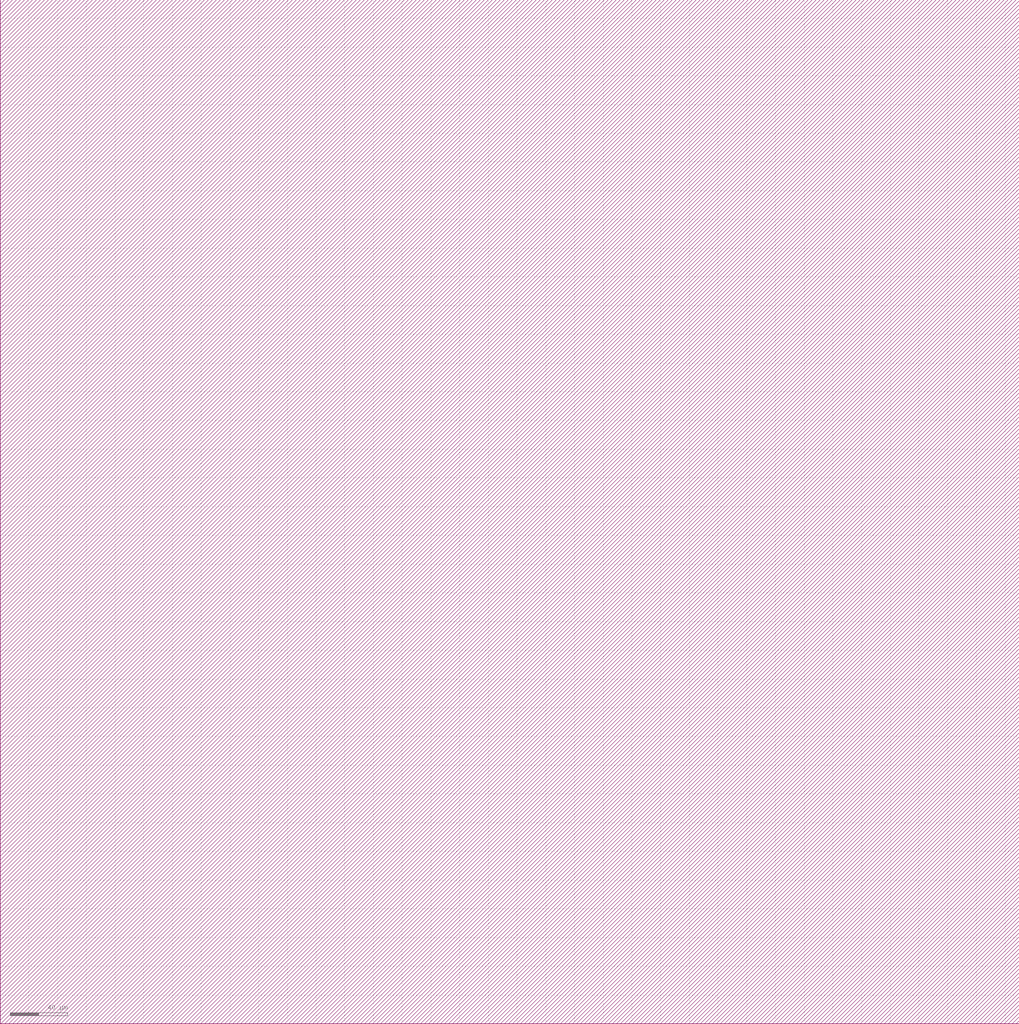
<source format=lef>
VERSION 5.6 ;

BUSBITCHARS "[]" ;

DIVIDERCHAR "/" ;

UNITS
    DATABASE MICRONS 1000 ;
END UNITS

MANUFACTURINGGRID 0.005000 ; 

CLEARANCEMEASURE EUCLIDEAN ; 

USEMINSPACING OBS ON ; 

SITE CoreSite
    CLASS CORE ;
    SIZE 0.600000 BY 0.300000 ;
END CoreSite

LAYER li
   TYPE ROUTING ;
   DIRECTION VERTICAL ;
   MINWIDTH 0.300000 ;
   AREA 0.056250 ;
   WIDTH 0.300000 ;
   SPACINGTABLE
      PARALLELRUNLENGTH 0.0
      WIDTH 0.0 0.225000 ;
   PITCH 0.600000 0.600000 ;
END li

LAYER mcon
    TYPE CUT ;
    SPACING 0.225000 ;
    WIDTH 0.300000 ;
    ENCLOSURE ABOVE 0.075000 0.075000 ;
    ENCLOSURE BELOW 0.000000 0.000000 ;
END mcon

LAYER met1
   TYPE ROUTING ;
   DIRECTION HORIZONTAL ;
   MINWIDTH 0.150000 ;
   AREA 0.084375 ;
   WIDTH 0.150000 ;
   SPACINGTABLE
      PARALLELRUNLENGTH 0.0
      WIDTH 0.0 0.150000 ;
   PITCH 0.300000 0.300000 ;
END met1

LAYER v1
    TYPE CUT ;
    SPACING 0.075000 ;
    WIDTH 0.300000 ;
    ENCLOSURE ABOVE 0.075000 0.075000 ;
    ENCLOSURE BELOW 0.075000 0.075000 ;
END v1

LAYER met2
   TYPE ROUTING ;
   DIRECTION VERTICAL ;
   MINWIDTH 0.150000 ;
   AREA 0.073125 ;
   WIDTH 0.150000 ;
   SPACINGTABLE
      PARALLELRUNLENGTH 0.0
      WIDTH 0.0 0.150000 ;
   PITCH 0.300000 0.300000 ;
END met2

LAYER v2
    TYPE CUT ;
    SPACING 0.150000 ;
    WIDTH 0.300000 ;
    ENCLOSURE ABOVE 0.075000 0.075000 ;
    ENCLOSURE BELOW 0.075000 0.000000 ;
END v2

LAYER met3
   TYPE ROUTING ;
   DIRECTION HORIZONTAL ;
   MINWIDTH 0.300000 ;
   AREA 0.241875 ;
   WIDTH 0.300000 ;
   SPACINGTABLE
      PARALLELRUNLENGTH 0.0
      WIDTH 0.0 0.300000 ;
   PITCH 0.600000 0.600000 ;
END met3

LAYER v3
    TYPE CUT ;
    SPACING 0.150000 ;
    WIDTH 0.450000 ;
    ENCLOSURE ABOVE 0.075000 0.075000 ;
    ENCLOSURE BELOW 0.075000 0.000000 ;
END v3

LAYER met4
   TYPE ROUTING ;
   DIRECTION VERTICAL ;
   MINWIDTH 0.300000 ;
   AREA 0.241875 ;
   WIDTH 0.300000 ;
   SPACINGTABLE
      PARALLELRUNLENGTH 0.0
      WIDTH 0.0 0.300000 ;
   PITCH 0.600000 0.600000 ;
END met4

LAYER v4
    TYPE CUT ;
    SPACING 0.450000 ;
    WIDTH 1.200000 ;
    ENCLOSURE ABOVE 0.150000 0.150000 ;
    ENCLOSURE BELOW 0.000000 0.000000 ;
END v4

LAYER met5
   TYPE ROUTING ;
   DIRECTION HORIZONTAL ;
   MINWIDTH 1.650000 ;
   AREA 4.005000 ;
   WIDTH 1.650000 ;
   SPACINGTABLE
      PARALLELRUNLENGTH 0.0
      WIDTH 0.0 1.650000 ;
   PITCH 3.300000 3.300000 ;
END met5

LAYER OVERLAP
   TYPE OVERLAP ;
END OVERLAP

VIA mcon_C DEFAULT
   LAYER li ;
     RECT -0.150000 -0.150000 0.150000 0.150000 ;
   LAYER mcon ;
     RECT -0.150000 -0.150000 0.150000 0.150000 ;
   LAYER met1 ;
     RECT -0.225000 -0.225000 0.225000 0.225000 ;
END mcon_C

VIA v1_C DEFAULT
   LAYER met1 ;
     RECT -0.225000 -0.225000 0.225000 0.225000 ;
   LAYER v1 ;
     RECT -0.150000 -0.150000 0.150000 0.150000 ;
   LAYER met2 ;
     RECT -0.225000 -0.225000 0.225000 0.225000 ;
END v1_C

VIA v2_C DEFAULT
   LAYER met2 ;
     RECT -0.150000 -0.225000 0.150000 0.225000 ;
   LAYER v2 ;
     RECT -0.150000 -0.150000 0.150000 0.150000 ;
   LAYER met3 ;
     RECT -0.225000 -0.225000 0.225000 0.225000 ;
END v2_C

VIA v2_Ch
   LAYER met2 ;
     RECT -0.225000 -0.150000 0.225000 0.150000 ;
   LAYER v2 ;
     RECT -0.150000 -0.150000 0.150000 0.150000 ;
   LAYER met3 ;
     RECT -0.225000 -0.225000 0.225000 0.225000 ;
END v2_Ch

VIA v2_Cv
   LAYER met2 ;
     RECT -0.150000 -0.225000 0.150000 0.225000 ;
   LAYER v2 ;
     RECT -0.150000 -0.150000 0.150000 0.150000 ;
   LAYER met3 ;
     RECT -0.225000 -0.225000 0.225000 0.225000 ;
END v2_Cv

VIA v3_C DEFAULT
   LAYER met3 ;
     RECT -0.300000 -0.225000 0.300000 0.225000 ;
   LAYER v3 ;
     RECT -0.225000 -0.225000 0.225000 0.225000 ;
   LAYER met4 ;
     RECT -0.300000 -0.300000 0.300000 0.300000 ;
END v3_C

VIA v3_Ch
   LAYER met3 ;
     RECT -0.300000 -0.225000 0.300000 0.225000 ;
   LAYER v3 ;
     RECT -0.225000 -0.225000 0.225000 0.225000 ;
   LAYER met4 ;
     RECT -0.300000 -0.300000 0.300000 0.300000 ;
END v3_Ch

VIA v3_Cv
   LAYER met3 ;
     RECT -0.300000 -0.225000 0.300000 0.225000 ;
   LAYER v3 ;
     RECT -0.225000 -0.225000 0.225000 0.225000 ;
   LAYER met4 ;
     RECT -0.300000 -0.300000 0.300000 0.300000 ;
END v3_Cv

VIA v4_C DEFAULT
   LAYER met4 ;
     RECT -0.600000 -0.600000 0.600000 0.600000 ;
   LAYER v4 ;
     RECT -0.600000 -0.600000 0.600000 0.600000 ;
   LAYER met5 ;
     RECT -0.750000 -0.750000 0.750000 0.750000 ;
END v4_C

MACRO _0_0std_0_0cells_0_0INVX1
    CLASS CORE ;
    FOREIGN _0_0std_0_0cells_0_0INVX1 0.000000 0.000000 ;
    ORIGIN 0.000000 0.000000 ;
    SIZE 2.400000 BY 2.700000 ;
    SYMMETRY X Y ;
    SITE CoreSite ;
    PIN A
        DIRECTION INPUT ;
        USE SIGNAL ;
        PORT
        LAYER li ;
        RECT 0.525000 2.325000 0.900000 2.400000 ;
        RECT 0.525000 2.100000 0.675000 2.325000 ;
        RECT 0.525000 2.025000 0.900000 2.100000 ;
        RECT 0.675000 2.100000 0.900000 2.325000 ;
        RECT 1.200000 1.050000 1.425000 1.275000 ;
        RECT 1.425000 1.050000 1.800000 1.275000 ;
        RECT 1.800000 1.050000 2.025000 1.275000 ;
        RECT 2.025000 1.050000 2.100000 1.275000 ;
        LAYER mcon ;
        RECT 0.675000 2.100000 0.900000 2.325000 ;
        RECT 1.200000 1.050000 1.425000 1.275000 ;
        LAYER met1 ;
        RECT 0.600000 2.325000 0.975000 2.400000 ;
        RECT 0.600000 2.100000 0.675000 2.325000 ;
        RECT 0.600000 2.025000 0.975000 2.100000 ;
        RECT 0.675000 2.100000 0.900000 2.325000 ;
        RECT 0.675000 1.275000 0.825000 2.025000 ;
        RECT 0.675000 1.125000 1.200000 1.275000 ;
        RECT 0.900000 2.100000 0.975000 2.325000 ;
        RECT 1.125000 1.050000 1.200000 1.125000 ;
        RECT 1.125000 0.975000 1.500000 1.050000 ;
        RECT 1.125000 1.275000 1.500000 1.350000 ;
        RECT 1.200000 1.050000 1.425000 1.275000 ;
        RECT 1.425000 1.050000 1.500000 1.275000 ;
        END
        ANTENNAGATEAREA 0.157500 ;
    END A
    PIN Y
        DIRECTION OUTPUT ;
        USE SIGNAL ;
        PORT
        LAYER li ;
        RECT 0.525000 0.525000 0.675000 0.675000 ;
        RECT 0.525000 0.300000 0.900000 0.525000 ;
        RECT 0.675000 1.725000 0.900000 1.800000 ;
        RECT 0.675000 1.500000 0.900000 1.725000 ;
        RECT 0.675000 0.750000 0.900000 1.500000 ;
        RECT 0.675000 0.525000 0.900000 0.750000 ;
        END
        ANTENNADIFFAREA 0.393750 ;
    END Y
    PIN Vdd
        DIRECTION INPUT ;
        USE POWER ;
        PORT
        LAYER li ;
        RECT 1.200000 2.325000 2.100000 2.400000 ;
        RECT 1.200000 2.100000 1.800000 2.325000 ;
        RECT 1.200000 1.950000 1.425000 2.100000 ;
        RECT 1.200000 1.725000 1.425000 1.950000 ;
        RECT 1.200000 1.650000 1.425000 1.725000 ;
        RECT 1.800000 2.100000 2.025000 2.325000 ;
        RECT 2.025000 2.100000 2.100000 2.325000 ;
        LAYER mcon ;
        RECT 1.800000 2.100000 2.025000 2.325000 ;
        LAYER met1 ;
        RECT 1.725000 2.325000 2.100000 2.400000 ;
        RECT 1.725000 2.100000 1.800000 2.325000 ;
        RECT 1.800000 2.100000 2.025000 2.325000 ;
        RECT 1.725000 2.025000 2.100000 2.100000 ;
        RECT 2.025000 2.100000 2.100000 2.325000 ;
        END
        ANTENNADIFFAREA 0.225000 ;
    END Vdd
    PIN GND
        DIRECTION INPUT ;
        USE GROUND ;
        PORT
        LAYER li ;
        RECT 1.200000 0.450000 1.425000 0.525000 ;
        RECT 1.200000 0.750000 1.425000 0.825000 ;
        RECT 1.200000 0.525000 1.425000 0.750000 ;
        RECT 1.725000 0.375000 1.800000 0.525000 ;
        RECT 1.725000 0.300000 2.100000 0.375000 ;
        RECT 1.425000 0.600000 2.100000 0.750000 ;
        RECT 1.425000 0.525000 1.800000 0.600000 ;
        RECT 1.800000 0.375000 2.025000 0.600000 ;
        RECT 2.025000 0.375000 2.100000 0.600000 ;
        LAYER mcon ;
        RECT 1.800000 0.375000 2.025000 0.600000 ;
        LAYER met1 ;
        RECT 1.725000 0.600000 2.100000 0.675000 ;
        RECT 1.725000 0.375000 1.800000 0.600000 ;
        RECT 1.725000 0.300000 2.100000 0.375000 ;
        RECT 1.800000 0.375000 2.025000 0.600000 ;
        RECT 2.025000 0.375000 2.100000 0.600000 ;
        END
        ANTENNADIFFAREA 0.168750 ;
    END GND
END _0_0std_0_0cells_0_0INVX1

MACRO _0_0std_0_0cells_0_0AND2X1
    CLASS CORE ;
    FOREIGN _0_0std_0_0cells_0_0AND2X1 0.000000 0.000000 ;
    ORIGIN 0.000000 0.000000 ;
    SIZE 3.000000 BY 4.200000 ;
    SYMMETRY X Y ;
    SITE CoreSite ;
    PIN A
        DIRECTION INPUT ;
        USE SIGNAL ;
        PORT
        LAYER li ;
        RECT 0.300000 3.525000 0.975000 3.600000 ;
        RECT 0.300000 3.300000 0.675000 3.525000 ;
        RECT 0.300000 3.225000 0.975000 3.300000 ;
        RECT 0.675000 3.300000 0.900000 3.525000 ;
        RECT 0.900000 3.300000 0.975000 3.525000 ;
        END
        ANTENNAGATEAREA 0.202500 ;
    END A
    PIN B
        DIRECTION INPUT ;
        USE SIGNAL ;
        PORT
        LAYER li ;
        RECT 1.725000 3.525000 2.100000 3.600000 ;
        RECT 1.725000 3.300000 1.800000 3.525000 ;
        RECT 1.725000 3.225000 2.100000 3.300000 ;
        RECT 1.800000 3.600000 2.100000 3.900000 ;
        RECT 1.800000 3.300000 2.025000 3.525000 ;
        RECT 2.025000 3.300000 2.100000 3.525000 ;
        END
        ANTENNAGATEAREA 0.202500 ;
    END B
    PIN Y
        DIRECTION OUTPUT ;
        USE SIGNAL ;
        PORT
        LAYER li ;
        RECT 2.250000 1.425000 2.700000 1.500000 ;
        RECT 2.250000 1.200000 2.325000 1.425000 ;
        RECT 2.325000 1.500000 2.700000 2.325000 ;
        RECT 2.325000 1.200000 2.625000 1.425000 ;
        RECT 2.625000 1.200000 2.700000 1.425000 ;
        RECT 2.325000 2.550000 2.700000 2.625000 ;
        RECT 2.400000 2.625000 2.700000 3.900000 ;
        RECT 2.325000 2.325000 2.625000 2.550000 ;
        RECT 2.625000 2.325000 2.700000 2.550000 ;
        END
        ANTENNADIFFAREA 0.472500 ;
    END Y
    PIN Vdd
        DIRECTION INPUT ;
        USE POWER ;
        PORT
        LAYER li ;
        RECT 0.600000 2.700000 2.100000 2.925000 ;
        RECT 0.600000 2.550000 0.975000 2.700000 ;
        RECT 0.600000 2.325000 0.675000 2.550000 ;
        RECT 0.600000 2.250000 0.975000 2.325000 ;
        RECT 1.200000 3.675000 1.425000 3.900000 ;
        RECT 0.675000 2.325000 0.900000 2.550000 ;
        RECT 1.425000 3.675000 1.500000 3.900000 ;
        RECT 0.900000 2.325000 0.975000 2.550000 ;
        RECT 1.200000 2.925000 1.500000 3.675000 ;
        RECT 1.725000 2.550000 2.100000 2.700000 ;
        RECT 1.725000 2.325000 1.800000 2.550000 ;
        RECT 1.725000 2.250000 2.100000 2.325000 ;
        RECT 1.800000 2.325000 2.025000 2.550000 ;
        RECT 2.025000 2.325000 2.100000 2.550000 ;
        LAYER mcon ;
        RECT 1.200000 3.675000 1.425000 3.900000 ;
        LAYER met1 ;
        RECT 1.125000 3.900000 1.500000 3.975000 ;
        RECT 1.125000 3.675000 1.200000 3.900000 ;
        RECT 1.125000 3.600000 1.500000 3.675000 ;
        RECT 1.200000 3.675000 1.425000 3.900000 ;
        RECT 1.425000 3.675000 1.500000 3.900000 ;
        END
        ANTENNADIFFAREA 0.495000 ;
    END Vdd
    PIN GND
        DIRECTION INPUT ;
        USE GROUND ;
        PORT
        LAYER li ;
        RECT 0.600000 0.375000 0.675000 0.600000 ;
        RECT 0.600000 0.300000 2.025000 0.375000 ;
        RECT 0.675000 0.375000 0.900000 0.600000 ;
        RECT 1.725000 1.125000 1.800000 1.350000 ;
        RECT 0.900000 0.375000 2.025000 0.525000 ;
        RECT 1.800000 1.125000 2.025000 1.350000 ;
        RECT 1.725000 1.050000 2.025000 1.125000 ;
        RECT 1.800000 0.525000 2.025000 1.050000 ;
        RECT 1.725000 1.350000 2.025000 1.425000 ;
        LAYER mcon ;
        RECT 0.675000 0.375000 0.900000 0.600000 ;
        LAYER met1 ;
        RECT 0.600000 0.600000 0.975000 0.675000 ;
        RECT 0.600000 0.375000 0.675000 0.600000 ;
        RECT 0.600000 0.300000 0.975000 0.375000 ;
        RECT 0.675000 0.375000 0.900000 0.600000 ;
        RECT 0.900000 0.375000 0.975000 0.600000 ;
        END
        ANTENNADIFFAREA 0.258750 ;
    END GND
    OBS
        LAYER li ;
        RECT 0.600000 1.725000 1.500000 1.950000 ;
        RECT 0.600000 1.650000 1.800000 1.725000 ;
        RECT 0.600000 1.425000 0.975000 1.650000 ;
        RECT 0.600000 1.200000 0.675000 1.425000 ;
        RECT 0.600000 1.125000 0.975000 1.200000 ;
        RECT 1.500000 1.725000 1.725000 1.950000 ;
        RECT 0.675000 1.200000 0.900000 1.425000 ;
        RECT 1.725000 1.725000 1.800000 1.950000 ;
        RECT 0.900000 1.200000 0.975000 1.425000 ;
        RECT 2.325000 0.300000 2.700000 0.375000 ;
        RECT 1.200000 2.175000 1.275000 2.400000 ;
        RECT 1.200000 2.025000 1.500000 2.175000 ;
        RECT 1.200000 1.950000 1.800000 2.025000 ;
        RECT 1.200000 2.400000 1.500000 2.475000 ;
        RECT 1.275000 2.175000 1.500000 2.400000 ;
        RECT 2.325000 0.375000 2.400000 0.600000 ;
        RECT 2.400000 0.375000 2.625000 0.600000 ;
        RECT 2.325000 0.900000 2.700000 0.975000 ;
        RECT 2.325000 0.675000 2.400000 0.900000 ;
        RECT 2.325000 0.600000 2.700000 0.675000 ;
        RECT 2.625000 0.375000 2.700000 0.600000 ;
        RECT 2.400000 0.675000 2.625000 0.900000 ;
        RECT 2.625000 0.675000 2.700000 0.900000 ;
        LAYER met1 ;
        RECT 1.425000 1.950000 2.700000 2.025000 ;
        RECT 1.425000 1.725000 1.500000 1.950000 ;
        RECT 1.425000 1.650000 2.700000 1.725000 ;
        RECT 1.500000 1.725000 1.725000 1.950000 ;
        RECT 1.725000 1.725000 2.700000 1.950000 ;
        RECT 2.325000 0.900000 2.700000 1.650000 ;
        RECT 2.325000 0.675000 2.400000 0.900000 ;
        RECT 2.325000 0.600000 2.700000 0.675000 ;
        RECT 2.400000 0.675000 2.625000 0.900000 ;
        RECT 2.625000 0.675000 2.700000 0.900000 ;
    END
END _0_0std_0_0cells_0_0AND2X1

MACRO _0_0std_0_0cells_0_0OR2X1
    CLASS CORE ;
    FOREIGN _0_0std_0_0cells_0_0OR2X1 0.000000 0.000000 ;
    ORIGIN 0.000000 0.000000 ;
    SIZE 3.000000 BY 4.500000 ;
    SYMMETRY X Y ;
    SITE CoreSite ;
    PIN A
        DIRECTION INPUT ;
        USE SIGNAL ;
        PORT
        LAYER li ;
        RECT 0.600000 3.825000 0.900000 4.200000 ;
        RECT 0.600000 3.750000 0.975000 3.825000 ;
        RECT 0.600000 3.525000 0.675000 3.750000 ;
        RECT 0.600000 3.450000 0.975000 3.525000 ;
        RECT 0.675000 3.525000 0.900000 3.750000 ;
        RECT 0.900000 3.525000 0.975000 3.750000 ;
        END
        ANTENNAGATEAREA 0.236250 ;
    END A
    PIN B
        DIRECTION INPUT ;
        USE SIGNAL ;
        PORT
        LAYER li ;
        RECT 2.400000 3.900000 2.700000 4.200000 ;
        RECT 2.400000 3.675000 2.625000 3.900000 ;
        RECT 2.400000 3.600000 2.625000 3.675000 ;
        RECT 2.625000 3.825000 2.700000 3.900000 ;
        END
        ANTENNAGATEAREA 0.236250 ;
    END B
    PIN Y
        DIRECTION OUTPUT ;
        USE SIGNAL ;
        PORT
        LAYER li ;
        RECT 2.400000 0.300000 2.700000 0.600000 ;
        RECT 2.250000 0.825000 2.475000 1.125000 ;
        RECT 2.250000 0.600000 2.625000 0.825000 ;
        RECT 2.250000 1.350000 2.475000 2.100000 ;
        RECT 2.250000 1.125000 2.475000 1.350000 ;
        RECT 2.250000 2.100000 2.475000 2.325000 ;
        RECT 2.250000 2.325000 2.475000 2.400000 ;
        END
        ANTENNADIFFAREA 0.551250 ;
    END Y
    PIN Vdd
        DIRECTION INPUT ;
        USE POWER ;
        PORT
        LAYER li ;
        RECT 1.725000 4.125000 2.025000 4.200000 ;
        RECT 1.725000 3.900000 1.950000 4.125000 ;
        RECT 1.725000 3.825000 2.025000 3.900000 ;
        RECT 1.950000 3.900000 2.025000 4.125000 ;
        RECT 1.650000 2.400000 2.025000 2.475000 ;
        RECT 1.650000 2.175000 1.725000 2.400000 ;
        RECT 1.650000 2.100000 2.025000 2.175000 ;
        RECT 1.725000 2.175000 1.950000 2.400000 ;
        RECT 1.950000 2.175000 2.025000 2.400000 ;
        LAYER mcon ;
        RECT 1.725000 3.900000 1.950000 4.125000 ;
        RECT 1.725000 2.175000 1.950000 2.400000 ;
        LAYER met1 ;
        RECT 1.650000 4.125000 2.025000 4.200000 ;
        RECT 1.650000 3.900000 1.725000 4.125000 ;
        RECT 1.650000 3.825000 2.025000 3.900000 ;
        RECT 1.650000 2.400000 2.025000 2.475000 ;
        RECT 1.650000 2.175000 1.725000 2.400000 ;
        RECT 1.650000 2.100000 2.025000 2.175000 ;
        RECT 1.725000 3.900000 1.950000 4.125000 ;
        RECT 1.725000 2.475000 1.875000 3.825000 ;
        RECT 1.725000 2.175000 1.950000 2.400000 ;
        RECT 1.950000 3.900000 2.025000 4.125000 ;
        RECT 1.950000 2.175000 2.025000 2.400000 ;
        END
        ANTENNADIFFAREA 0.382500 ;
    END Vdd
    PIN GND
        DIRECTION INPUT ;
        USE GROUND ;
        PORT
        LAYER li ;
        RECT 0.600000 0.300000 0.900000 0.600000 ;
        RECT 0.675000 1.350000 0.900000 1.425000 ;
        RECT 0.675000 1.125000 0.900000 1.350000 ;
        RECT 0.675000 0.975000 0.900000 1.125000 ;
        RECT 0.675000 0.750000 1.950000 0.975000 ;
        RECT 0.675000 0.600000 0.900000 0.750000 ;
        RECT 1.725000 0.975000 1.950000 1.125000 ;
        RECT 1.725000 1.125000 1.950000 1.350000 ;
        RECT 1.725000 1.350000 1.950000 1.425000 ;
        END
        ANTENNADIFFAREA 0.337500 ;
    END GND
    OBS
        LAYER li ;
        RECT 0.600000 2.100000 0.675000 2.325000 ;
        RECT 0.675000 2.100000 0.900000 2.325000 ;
        RECT 0.900000 2.100000 1.425000 2.325000 ;
        RECT 1.200000 2.925000 2.250000 3.150000 ;
        RECT 1.200000 2.325000 1.425000 2.925000 ;
        RECT 1.125000 1.200000 1.200000 1.425000 ;
        RECT 2.250000 2.925000 2.475000 3.150000 ;
        RECT 1.200000 1.425000 1.425000 2.100000 ;
        RECT 1.200000 1.200000 1.425000 1.425000 ;
        RECT 2.475000 2.925000 2.550000 3.150000 ;
        RECT 1.425000 1.200000 1.500000 1.425000 ;
    END
END _0_0std_0_0cells_0_0OR2X1

MACRO _0_0cell_0_0gcelem3x0
    CLASS CORE ;
    FOREIGN _0_0cell_0_0gcelem3x0 0.000000 0.000000 ;
    ORIGIN 0.000000 0.000000 ;
    SIZE 6.600000 BY 4.500000 ;
    SYMMETRY X Y ;
    SITE CoreSite ;
    PIN in_50_6
        DIRECTION INPUT ;
        USE SIGNAL ;
        PORT
        LAYER li ;
        RECT 0.600000 4.125000 0.900000 4.200000 ;
        RECT 0.600000 3.900000 0.675000 4.125000 ;
        RECT 0.675000 3.900000 0.900000 4.125000 ;
        RECT 2.775000 0.450000 3.000000 0.525000 ;
        RECT 2.775000 0.225000 3.000000 0.450000 ;
        RECT 2.775000 0.150000 3.000000 0.225000 ;
        RECT 2.250000 3.450000 2.475000 3.675000 ;
        RECT 2.250000 1.575000 2.475000 3.450000 ;
        RECT 2.250000 1.350000 2.625000 1.575000 ;
        RECT 2.625000 1.350000 2.850000 1.575000 ;
        RECT 2.850000 1.350000 2.925000 1.575000 ;
        LAYER mcon ;
        RECT 0.675000 3.900000 0.900000 4.125000 ;
        RECT 2.250000 3.450000 2.475000 3.675000 ;
        RECT 2.625000 1.350000 2.850000 1.575000 ;
        RECT 2.775000 0.225000 3.000000 0.450000 ;
        LAYER met1 ;
        RECT 0.600000 4.125000 0.975000 4.200000 ;
        RECT 0.600000 3.900000 0.675000 4.125000 ;
        RECT 0.600000 3.825000 0.975000 3.900000 ;
        RECT 0.675000 3.900000 0.900000 4.125000 ;
        RECT 0.900000 3.900000 0.975000 4.125000 ;
        RECT 0.750000 3.750000 0.975000 3.825000 ;
        RECT 0.750000 3.675000 2.550000 3.750000 ;
        RECT 0.750000 3.600000 2.250000 3.675000 ;
        RECT 2.175000 3.450000 2.250000 3.600000 ;
        RECT 2.175000 3.375000 2.550000 3.450000 ;
        RECT 2.250000 3.450000 2.475000 3.675000 ;
        RECT 2.475000 3.450000 2.550000 3.675000 ;
        RECT 2.700000 0.525000 2.850000 1.275000 ;
        RECT 2.700000 0.450000 3.075000 0.525000 ;
        RECT 2.700000 0.225000 2.775000 0.450000 ;
        RECT 2.700000 0.150000 3.075000 0.225000 ;
        RECT 2.775000 0.225000 3.000000 0.450000 ;
        RECT 3.000000 0.225000 3.075000 0.450000 ;
        RECT 2.550000 1.575000 2.925000 1.650000 ;
        RECT 2.550000 1.350000 2.625000 1.575000 ;
        RECT 2.550000 1.275000 2.925000 1.350000 ;
        RECT 2.625000 1.350000 2.850000 1.575000 ;
        RECT 2.850000 1.350000 2.925000 1.575000 ;
        END
        ANTENNAGATEAREA 0.371250 ;
    END in_50_6
    PIN in_51_6
        DIRECTION INPUT ;
        USE SIGNAL ;
        PORT
        LAYER li ;
        RECT 1.725000 4.200000 2.175000 4.350000 ;
        RECT 1.725000 3.975000 1.875000 4.200000 ;
        RECT 1.725000 3.900000 2.175000 3.975000 ;
        RECT 1.875000 3.975000 2.100000 4.200000 ;
        RECT 2.100000 3.975000 2.175000 4.200000 ;
        END
        ANTENNAGATEAREA 0.371250 ;
    END in_51_6
    PIN in_52_6
        DIRECTION INPUT ;
        USE SIGNAL ;
        PORT
        LAYER li ;
        RECT 3.000000 3.900000 3.675000 3.975000 ;
        RECT 3.000000 3.675000 3.075000 3.900000 ;
        RECT 3.075000 3.675000 3.300000 3.900000 ;
        RECT 3.300000 3.975000 3.675000 4.350000 ;
        RECT 3.300000 3.675000 3.675000 3.900000 ;
        END
        ANTENNAGATEAREA 0.371250 ;
    END in_52_6
    PIN out
        DIRECTION OUTPUT ;
        USE SIGNAL ;
        PORT
        LAYER li ;
        RECT 0.600000 0.750000 0.675000 0.975000 ;
        RECT 0.600000 0.600000 0.900000 0.750000 ;
        RECT 0.675000 0.750000 0.900000 0.975000 ;
        RECT 2.250000 0.750000 2.475000 0.975000 ;
        RECT 2.475000 0.750000 3.675000 0.975000 ;
        RECT 3.675000 0.750000 3.900000 0.975000 ;
        RECT 3.600000 0.975000 3.825000 2.400000 ;
        RECT 3.900000 0.825000 5.475000 0.975000 ;
        RECT 3.900000 0.750000 5.700000 0.825000 ;
        RECT 5.475000 0.825000 5.700000 1.050000 ;
        RECT 5.475000 1.050000 5.700000 1.125000 ;
        RECT 3.600000 2.625000 3.825000 2.700000 ;
        RECT 3.600000 2.400000 3.825000 2.625000 ;
        LAYER mcon ;
        RECT 0.675000 0.750000 0.900000 0.975000 ;
        RECT 2.250000 0.750000 2.475000 0.975000 ;
        LAYER met1 ;
        RECT 0.600000 0.975000 0.975000 1.050000 ;
        RECT 0.600000 0.750000 0.675000 0.975000 ;
        RECT 0.600000 0.675000 2.550000 0.750000 ;
        RECT 0.675000 0.750000 0.900000 0.975000 ;
        RECT 0.900000 0.825000 0.975000 0.975000 ;
        RECT 0.900000 0.750000 2.250000 0.825000 ;
        RECT 2.250000 0.750000 2.475000 0.975000 ;
        RECT 2.475000 0.750000 2.550000 0.975000 ;
        RECT 2.175000 0.975000 2.550000 1.050000 ;
        RECT 2.175000 0.825000 2.250000 0.975000 ;
        END
        ANTENNAGATEAREA 0.360000 ;
        ANTENNADIFFAREA 0.995625 ;
    END out
    PIN Vdd
        DIRECTION INPUT ;
        USE POWER ;
        PORT
        LAYER li ;
        RECT 0.600000 2.475000 0.675000 2.700000 ;
        RECT 0.675000 2.475000 0.900000 2.700000 ;
        RECT 0.900000 2.475000 0.975000 2.700000 ;
        RECT 1.200000 1.050000 1.875000 1.125000 ;
        RECT 1.200000 0.825000 1.425000 1.050000 ;
        RECT 1.200000 0.750000 1.425000 0.825000 ;
        RECT 1.425000 0.900000 1.875000 1.050000 ;
        RECT 1.650000 1.125000 1.875000 1.950000 ;
        RECT 1.650000 1.950000 1.875000 2.175000 ;
        RECT 4.200000 4.125000 4.500000 4.200000 ;
        RECT 4.200000 3.900000 4.275000 4.125000 ;
        RECT 4.275000 2.400000 4.500000 2.625000 ;
        RECT 4.275000 3.900000 4.500000 4.125000 ;
        RECT 4.500000 2.400000 4.950000 2.625000 ;
        RECT 4.950000 2.400000 5.175000 2.625000 ;
        RECT 5.175000 2.400000 5.250000 2.625000 ;
        LAYER mcon ;
        RECT 0.675000 2.475000 0.900000 2.700000 ;
        RECT 4.275000 3.900000 4.500000 4.125000 ;
        RECT 1.650000 1.950000 1.875000 2.175000 ;
        RECT 4.275000 2.400000 4.500000 2.625000 ;
        LAYER met1 ;
        RECT 0.600000 2.700000 4.425000 2.775000 ;
        RECT 0.600000 2.475000 0.675000 2.700000 ;
        RECT 0.600000 2.400000 0.975000 2.475000 ;
        RECT 0.675000 2.475000 0.900000 2.700000 ;
        RECT 4.200000 4.125000 4.575000 4.200000 ;
        RECT 0.900000 2.625000 4.575000 2.700000 ;
        RECT 0.900000 2.475000 0.975000 2.625000 ;
        RECT 4.200000 3.900000 4.275000 4.125000 ;
        RECT 4.200000 3.825000 4.575000 3.900000 ;
        RECT 4.275000 3.900000 4.500000 4.125000 ;
        RECT 1.575000 2.175000 1.950000 2.250000 ;
        RECT 1.575000 1.950000 1.650000 2.175000 ;
        RECT 1.575000 1.875000 1.950000 1.950000 ;
        RECT 4.500000 3.900000 4.575000 4.125000 ;
        RECT 1.650000 2.250000 1.800000 2.625000 ;
        RECT 1.650000 1.950000 1.875000 2.175000 ;
        RECT 1.875000 1.950000 1.950000 2.175000 ;
        RECT 4.275000 2.775000 4.425000 3.825000 ;
        RECT 4.200000 2.400000 4.275000 2.625000 ;
        RECT 4.200000 2.325000 4.575000 2.400000 ;
        RECT 4.275000 2.400000 4.500000 2.625000 ;
        RECT 4.500000 2.400000 4.575000 2.625000 ;
        END
        ANTENNAGATEAREA 0.945000 ;
        ANTENNADIFFAREA 0.630000 ;
    END Vdd
    PIN GND
        DIRECTION INPUT ;
        USE GROUND ;
        PORT
        LAYER li ;
        RECT 0.600000 1.425000 0.675000 1.650000 ;
        RECT 0.675000 1.425000 0.900000 1.650000 ;
        RECT 0.900000 1.425000 1.200000 1.650000 ;
        RECT 1.200000 1.650000 1.425000 3.075000 ;
        RECT 1.200000 1.425000 1.425000 1.650000 ;
        RECT 1.200000 3.300000 1.425000 3.375000 ;
        RECT 1.200000 3.075000 1.425000 3.300000 ;
        RECT 5.400000 4.125000 5.700000 4.200000 ;
        RECT 5.400000 3.900000 5.475000 4.125000 ;
        RECT 5.475000 3.900000 5.700000 4.125000 ;
        LAYER mcon ;
        RECT 1.200000 1.425000 1.425000 1.650000 ;
        RECT 5.475000 3.900000 5.700000 4.125000 ;
        LAYER met1 ;
        RECT 1.125000 1.650000 2.250000 1.725000 ;
        RECT 1.125000 1.425000 1.200000 1.650000 ;
        RECT 1.125000 1.350000 1.500000 1.425000 ;
        RECT 1.200000 1.425000 1.425000 1.650000 ;
        RECT 5.400000 4.125000 5.775000 4.200000 ;
        RECT 1.425000 1.575000 2.250000 1.650000 ;
        RECT 1.425000 1.425000 1.500000 1.575000 ;
        RECT 5.400000 3.825000 5.775000 3.900000 ;
        RECT 2.100000 2.325000 3.975000 2.475000 ;
        RECT 2.100000 1.725000 2.250000 2.325000 ;
        RECT 5.400000 3.900000 5.475000 4.125000 ;
        RECT 5.475000 3.900000 5.700000 4.125000 ;
        RECT 5.700000 3.900000 5.775000 4.125000 ;
        RECT 3.825000 2.025000 3.975000 2.325000 ;
        RECT 3.825000 1.875000 5.700000 2.025000 ;
        RECT 5.475000 2.025000 5.700000 3.825000 ;
        END
        ANTENNAGATEAREA 0.472500 ;
        ANTENNADIFFAREA 0.540000 ;
    END GND
    OBS
        LAYER li ;
        RECT 5.625000 1.725000 5.850000 2.400000 ;
        RECT 5.625000 1.500000 5.850000 1.725000 ;
        RECT 5.625000 1.425000 5.850000 1.500000 ;
        RECT 3.150000 3.300000 5.850000 3.450000 ;
        RECT 3.150000 3.075000 3.375000 3.300000 ;
        RECT 3.150000 3.000000 3.375000 3.075000 ;
        RECT 3.375000 3.225000 5.850000 3.300000 ;
        RECT 5.625000 2.625000 5.850000 3.225000 ;
        RECT 5.625000 2.400000 5.850000 2.625000 ;
    END
END _0_0cell_0_0gcelem3x0

MACRO _0_0cell_0_0ginvx0
    CLASS CORE ;
    FOREIGN _0_0cell_0_0ginvx0 0.000000 0.000000 ;
    ORIGIN 0.000000 0.000000 ;
    SIZE 2.400000 BY 2.700000 ;
    SYMMETRY X Y ;
    SITE CoreSite ;
    PIN in_50_6
        DIRECTION INPUT ;
        USE SIGNAL ;
        PORT
        LAYER li ;
        RECT 0.525000 2.325000 0.900000 2.400000 ;
        RECT 0.525000 2.100000 0.675000 2.325000 ;
        RECT 0.675000 2.100000 0.900000 2.325000 ;
        RECT 1.200000 1.125000 1.425000 1.350000 ;
        RECT 1.425000 1.125000 1.800000 1.350000 ;
        RECT 1.725000 1.350000 2.100000 1.425000 ;
        RECT 1.800000 1.125000 2.025000 1.350000 ;
        RECT 1.725000 1.050000 2.100000 1.125000 ;
        RECT 2.025000 1.125000 2.100000 1.350000 ;
        LAYER mcon ;
        RECT 0.675000 2.100000 0.900000 2.325000 ;
        RECT 1.200000 1.125000 1.425000 1.350000 ;
        LAYER met1 ;
        RECT 0.600000 2.325000 0.975000 2.400000 ;
        RECT 0.600000 2.100000 0.675000 2.325000 ;
        RECT 0.600000 2.025000 0.975000 2.100000 ;
        RECT 0.675000 2.100000 0.900000 2.325000 ;
        RECT 0.675000 1.350000 0.900000 2.025000 ;
        RECT 0.675000 1.125000 1.200000 1.350000 ;
        RECT 0.900000 2.100000 0.975000 2.325000 ;
        RECT 1.200000 1.125000 1.425000 1.350000 ;
        RECT 1.125000 1.050000 1.500000 1.125000 ;
        RECT 1.125000 1.350000 1.500000 1.425000 ;
        RECT 1.425000 1.125000 1.500000 1.350000 ;
        END
        ANTENNAGATEAREA 0.135000 ;
    END in_50_6
    PIN out
        DIRECTION OUTPUT ;
        USE SIGNAL ;
        PORT
        LAYER li ;
        RECT 0.525000 0.300000 0.900000 0.600000 ;
        RECT 0.675000 1.725000 0.900000 1.800000 ;
        RECT 0.675000 1.500000 0.900000 1.725000 ;
        RECT 0.675000 0.825000 0.900000 1.500000 ;
        RECT 0.675000 0.600000 0.900000 0.825000 ;
        END
        ANTENNADIFFAREA 0.337500 ;
    END out
    PIN Vdd
        DIRECTION INPUT ;
        USE POWER ;
        PORT
        LAYER li ;
        RECT 1.125000 1.575000 1.200000 1.800000 ;
        RECT 1.200000 2.100000 1.650000 2.325000 ;
        RECT 1.200000 1.800000 1.425000 2.100000 ;
        RECT 1.200000 1.575000 1.425000 1.800000 ;
        RECT 1.650000 2.100000 1.875000 2.325000 ;
        RECT 1.425000 1.575000 1.500000 1.800000 ;
        LAYER mcon ;
        RECT 1.650000 2.100000 1.875000 2.325000 ;
        LAYER met1 ;
        RECT 1.575000 2.325000 1.950000 2.400000 ;
        RECT 1.575000 2.100000 1.650000 2.325000 ;
        RECT 1.650000 2.100000 1.875000 2.325000 ;
        RECT 1.575000 2.025000 1.950000 2.100000 ;
        RECT 1.875000 2.100000 1.950000 2.325000 ;
        END
        ANTENNADIFFAREA 0.168750 ;
    END Vdd
    PIN GND
        DIRECTION INPUT ;
        USE GROUND ;
        PORT
        LAYER li ;
        RECT 1.800000 0.375000 2.025000 0.600000 ;
        RECT 1.800000 0.300000 2.100000 0.375000 ;
        RECT 1.125000 0.600000 1.200000 0.825000 ;
        RECT 2.025000 0.375000 2.100000 0.600000 ;
        RECT 1.200000 0.600000 1.425000 0.825000 ;
        RECT 1.425000 0.600000 2.100000 0.825000 ;
        LAYER mcon ;
        RECT 1.800000 0.375000 2.025000 0.600000 ;
        LAYER met1 ;
        RECT 1.725000 0.600000 2.100000 0.675000 ;
        RECT 1.725000 0.375000 1.800000 0.600000 ;
        RECT 1.725000 0.300000 2.100000 0.375000 ;
        RECT 1.800000 0.375000 2.025000 0.600000 ;
        RECT 2.025000 0.375000 2.100000 0.600000 ;
        END
        ANTENNADIFFAREA 0.168750 ;
    END GND
END _0_0cell_0_0ginvx0

MACRO _0_0std_0_0cells_0_0NOR2X1
    CLASS CORE ;
    FOREIGN _0_0std_0_0cells_0_0NOR2X1 0.000000 0.000000 ;
    ORIGIN 0.000000 0.000000 ;
    SIZE 3.600000 BY 3.900000 ;
    SYMMETRY X Y ;
    SITE CoreSite ;
    PIN A
        DIRECTION INPUT ;
        USE SIGNAL ;
        PORT
        LAYER li ;
        RECT 0.600000 3.525000 0.900000 3.600000 ;
        RECT 0.600000 3.375000 0.975000 3.525000 ;
        RECT 0.600000 3.300000 0.750000 3.375000 ;
        RECT 0.750000 3.150000 0.975000 3.375000 ;
        RECT 0.750000 3.075000 0.975000 3.150000 ;
        END
        ANTENNAGATEAREA 0.236250 ;
    END A
    PIN B
        DIRECTION INPUT ;
        USE SIGNAL ;
        PORT
        LAYER li ;
        RECT 2.400000 3.300000 2.925000 3.600000 ;
        RECT 2.400000 3.150000 2.550000 3.300000 ;
        RECT 2.550000 3.075000 2.775000 3.300000 ;
        RECT 2.550000 3.000000 2.775000 3.075000 ;
        RECT 2.775000 3.150000 2.925000 3.300000 ;
        END
        ANTENNAGATEAREA 0.236250 ;
    END B
    PIN Y
        DIRECTION OUTPUT ;
        USE SIGNAL ;
        PORT
        LAYER li ;
        RECT 0.600000 1.725000 0.675000 1.950000 ;
        RECT 0.675000 1.725000 0.900000 1.950000 ;
        RECT 0.900000 1.725000 0.975000 1.950000 ;
        RECT 1.125000 0.600000 1.200000 0.825000 ;
        RECT 2.400000 0.375000 2.625000 0.600000 ;
        RECT 2.400000 0.300000 2.700000 0.375000 ;
        RECT 1.200000 0.600000 1.425000 0.825000 ;
        RECT 2.625000 0.375000 2.700000 0.600000 ;
        RECT 1.425000 0.600000 1.500000 0.825000 ;
        LAYER mcon ;
        RECT 0.675000 1.725000 0.900000 1.950000 ;
        RECT 1.200000 0.600000 1.425000 0.825000 ;
        RECT 2.400000 0.375000 2.625000 0.600000 ;
        LAYER met1 ;
        RECT 0.600000 1.950000 0.975000 2.025000 ;
        RECT 0.600000 1.725000 0.675000 1.950000 ;
        RECT 0.600000 1.650000 1.500000 1.725000 ;
        RECT 0.675000 1.725000 0.900000 1.950000 ;
        RECT 0.900000 1.800000 0.975000 1.950000 ;
        RECT 0.900000 1.725000 1.500000 1.800000 ;
        RECT 1.125000 0.825000 1.500000 0.900000 ;
        RECT 1.125000 0.600000 1.200000 0.825000 ;
        RECT 1.125000 0.525000 1.500000 0.600000 ;
        RECT 1.200000 0.600000 1.425000 0.825000 ;
        RECT 1.350000 1.275000 1.500000 1.650000 ;
        RECT 1.350000 1.125000 2.475000 1.275000 ;
        RECT 1.350000 0.900000 1.500000 1.125000 ;
        RECT 1.425000 0.600000 1.500000 0.825000 ;
        RECT 2.325000 0.675000 2.475000 1.125000 ;
        RECT 2.325000 0.600000 2.700000 0.675000 ;
        RECT 2.325000 0.375000 2.400000 0.600000 ;
        RECT 2.325000 0.300000 2.700000 0.375000 ;
        RECT 2.400000 0.375000 2.625000 0.600000 ;
        RECT 2.625000 0.375000 2.700000 0.600000 ;
        END
        ANTENNADIFFAREA 0.590625 ;
    END Y
    PIN Vdd
        DIRECTION INPUT ;
        USE POWER ;
        PORT
        LAYER li ;
        RECT 1.725000 3.300000 1.950000 3.600000 ;
        RECT 1.725000 3.075000 1.950000 3.300000 ;
        RECT 1.725000 2.475000 1.950000 3.075000 ;
        RECT 1.725000 2.250000 1.950000 2.475000 ;
        RECT 1.725000 2.175000 1.950000 2.250000 ;
        LAYER mcon ;
        RECT 1.725000 3.075000 1.950000 3.300000 ;
        LAYER met1 ;
        RECT 1.650000 3.300000 2.025000 3.600000 ;
        RECT 1.650000 3.075000 1.725000 3.300000 ;
        RECT 1.650000 3.000000 2.025000 3.075000 ;
        RECT 1.725000 3.075000 1.950000 3.300000 ;
        RECT 1.950000 3.075000 2.025000 3.300000 ;
        END
        ANTENNADIFFAREA 0.421875 ;
    END Vdd
    PIN GND
        DIRECTION INPUT ;
        USE GROUND ;
        PORT
        LAYER li ;
        RECT 0.450000 0.525000 0.675000 0.600000 ;
        RECT 0.450000 0.150000 0.900000 0.525000 ;
        RECT 0.675000 0.525000 0.900000 0.750000 ;
        RECT 0.675000 1.200000 1.950000 1.425000 ;
        RECT 0.675000 0.750000 0.900000 1.200000 ;
        RECT 1.725000 0.450000 1.950000 0.525000 ;
        RECT 1.725000 0.525000 1.950000 0.750000 ;
        RECT 1.725000 0.750000 1.950000 1.200000 ;
        END
        ANTENNADIFFAREA 0.337500 ;
    END GND
END _0_0std_0_0cells_0_0NOR2X1

MACRO _0_0std_0_0cells_0_0NOR2X2
    CLASS CORE ;
    FOREIGN _0_0std_0_0cells_0_0NOR2X2 0.000000 0.000000 ;
    ORIGIN 0.000000 0.000000 ;
    SIZE 3.000000 BY 5.400000 ;
    SYMMETRY X Y ;
    SITE CoreSite ;
    PIN A
        DIRECTION INPUT ;
        USE SIGNAL ;
        PORT
        LAYER li ;
        RECT 0.600000 4.650000 0.900000 5.100000 ;
        RECT 0.600000 4.575000 0.975000 4.650000 ;
        RECT 0.600000 4.350000 0.675000 4.575000 ;
        RECT 0.600000 4.275000 0.975000 4.350000 ;
        RECT 0.675000 4.350000 0.900000 4.575000 ;
        RECT 0.900000 4.350000 0.975000 4.575000 ;
        END
        ANTENNAGATEAREA 0.450000 ;
    END A
    PIN B
        DIRECTION INPUT ;
        USE SIGNAL ;
        PORT
        LAYER li ;
        RECT 2.400000 4.800000 2.700000 5.100000 ;
        RECT 2.400000 4.575000 2.625000 4.800000 ;
        RECT 2.400000 4.500000 2.625000 4.575000 ;
        END
        ANTENNAGATEAREA 0.450000 ;
    END B
    PIN Y
        DIRECTION OUTPUT ;
        USE SIGNAL ;
        PORT
        LAYER li ;
        RECT 0.675000 2.025000 0.900000 2.100000 ;
        RECT 0.675000 1.800000 0.900000 2.025000 ;
        RECT 0.675000 1.725000 0.900000 1.800000 ;
        RECT 1.200000 0.450000 1.425000 0.525000 ;
        RECT 1.200000 0.750000 1.425000 0.825000 ;
        RECT 1.200000 0.525000 1.425000 0.750000 ;
        RECT 2.400000 0.300000 2.700000 0.525000 ;
        RECT 2.400000 0.750000 2.700000 0.825000 ;
        RECT 2.400000 0.525000 2.625000 0.750000 ;
        RECT 2.625000 0.525000 2.700000 0.750000 ;
        LAYER mcon ;
        RECT 0.675000 1.800000 0.900000 2.025000 ;
        RECT 1.200000 0.525000 1.425000 0.750000 ;
        RECT 2.400000 0.525000 2.625000 0.750000 ;
        LAYER met1 ;
        RECT 0.600000 2.025000 0.975000 2.100000 ;
        RECT 0.600000 1.800000 0.675000 2.025000 ;
        RECT 0.600000 1.725000 0.975000 1.800000 ;
        RECT 0.675000 1.800000 0.900000 2.025000 ;
        RECT 1.125000 0.750000 1.500000 0.825000 ;
        RECT 1.125000 0.525000 1.200000 0.750000 ;
        RECT 1.125000 0.450000 1.500000 0.525000 ;
        RECT 0.900000 1.950000 0.975000 2.025000 ;
        RECT 0.900000 1.800000 1.425000 1.950000 ;
        RECT 1.200000 0.525000 1.425000 0.750000 ;
        RECT 1.275000 1.500000 1.425000 1.800000 ;
        RECT 1.275000 1.350000 2.550000 1.500000 ;
        RECT 1.275000 0.825000 1.425000 1.350000 ;
        RECT 1.425000 0.525000 1.500000 0.750000 ;
        RECT 2.325000 0.750000 2.700000 0.825000 ;
        RECT 2.325000 0.525000 2.400000 0.750000 ;
        RECT 2.325000 0.450000 2.700000 0.525000 ;
        RECT 2.400000 0.825000 2.550000 1.350000 ;
        RECT 2.400000 0.525000 2.625000 0.750000 ;
        RECT 2.625000 0.525000 2.700000 0.750000 ;
        END
        ANTENNADIFFAREA 1.125000 ;
    END Y
    PIN Vdd
        DIRECTION INPUT ;
        USE POWER ;
        PORT
        LAYER li ;
        RECT 1.650000 3.675000 1.725000 3.900000 ;
        RECT 1.725000 5.025000 2.025000 5.100000 ;
        RECT 1.725000 4.800000 1.950000 5.025000 ;
        RECT 1.725000 4.650000 2.025000 4.800000 ;
        RECT 1.725000 3.900000 1.950000 4.650000 ;
        RECT 1.725000 3.675000 1.950000 3.900000 ;
        RECT 1.950000 4.800000 2.025000 5.025000 ;
        RECT 1.950000 3.675000 2.025000 3.900000 ;
        LAYER mcon ;
        RECT 1.725000 4.800000 1.950000 5.025000 ;
        LAYER met1 ;
        RECT 1.650000 5.025000 2.025000 5.100000 ;
        RECT 1.650000 4.800000 1.725000 5.025000 ;
        RECT 1.650000 4.725000 2.025000 4.800000 ;
        RECT 1.725000 4.800000 1.950000 5.025000 ;
        RECT 1.950000 4.800000 2.025000 5.025000 ;
        END
        ANTENNADIFFAREA 0.843750 ;
    END Vdd
    PIN GND
        DIRECTION INPUT ;
        USE GROUND ;
        PORT
        LAYER li ;
        RECT 0.450000 0.525000 0.675000 0.600000 ;
        RECT 0.450000 0.450000 0.900000 0.525000 ;
        RECT 0.450000 0.225000 0.600000 0.450000 ;
        RECT 0.450000 0.150000 0.900000 0.225000 ;
        RECT 0.675000 0.525000 0.900000 0.750000 ;
        RECT 0.600000 0.225000 0.825000 0.450000 ;
        RECT 0.675000 1.275000 1.950000 1.500000 ;
        RECT 0.675000 0.750000 0.900000 1.275000 ;
        RECT 0.825000 0.225000 0.900000 0.450000 ;
        RECT 1.725000 0.450000 1.950000 0.525000 ;
        RECT 1.725000 0.750000 1.950000 1.275000 ;
        RECT 1.725000 0.525000 1.950000 0.750000 ;
        LAYER mcon ;
        RECT 0.600000 0.225000 0.825000 0.450000 ;
        LAYER met1 ;
        RECT 0.450000 0.450000 0.900000 0.600000 ;
        RECT 0.450000 0.225000 0.600000 0.450000 ;
        RECT 0.450000 0.150000 0.900000 0.225000 ;
        RECT 0.600000 0.225000 0.825000 0.450000 ;
        RECT 0.825000 0.225000 0.900000 0.450000 ;
        END
        ANTENNADIFFAREA 0.562500 ;
    END GND
END _0_0std_0_0cells_0_0NOR2X2

MACRO _0_0std_0_0cells_0_0LATCHINV
    CLASS CORE ;
    FOREIGN _0_0std_0_0cells_0_0LATCHINV 0.000000 0.000000 ;
    ORIGIN 0.000000 0.000000 ;
    SIZE 6.000000 BY 4.200000 ;
    SYMMETRY X Y ;
    SITE CoreSite ;
    PIN CLK
        DIRECTION INPUT ;
        USE SIGNAL ;
        PORT
        LAYER li ;
        RECT 1.725000 3.450000 2.100000 3.825000 ;
        RECT 1.725000 3.225000 1.800000 3.450000 ;
        RECT 1.725000 3.150000 2.100000 3.225000 ;
        RECT 1.800000 3.225000 2.025000 3.450000 ;
        RECT 2.025000 3.225000 2.100000 3.450000 ;
        END
        ANTENNAGATEAREA 0.506250 ;
    END CLK
    PIN D
        DIRECTION INPUT ;
        USE SIGNAL ;
        PORT
        LAYER li ;
        RECT 0.600000 3.525000 0.900000 3.675000 ;
        RECT 0.600000 3.450000 1.200000 3.525000 ;
        RECT 0.600000 3.300000 0.900000 3.450000 ;
        RECT 0.900000 3.525000 1.125000 3.750000 ;
        RECT 0.825000 3.750000 1.200000 3.825000 ;
        RECT 0.825000 3.675000 0.900000 3.750000 ;
        RECT 1.125000 3.525000 1.200000 3.750000 ;
        END
        ANTENNAGATEAREA 0.337500 ;
    END D
    PIN q
        DIRECTION INPUT ;
        USE SIGNAL ;
        PORT
        LAYER li ;
        RECT 3.000000 3.525000 3.300000 3.825000 ;
        RECT 3.000000 3.450000 3.450000 3.525000 ;
        RECT 3.000000 3.300000 3.300000 3.450000 ;
        RECT 3.225000 3.225000 3.300000 3.300000 ;
        RECT 3.300000 3.225000 3.525000 3.450000 ;
        RECT 3.525000 3.225000 3.600000 3.450000 ;
        END
        ANTENNAGATEAREA 0.225000 ;
    END q
    PIN __q
        DIRECTION OUTPUT ;
        USE SIGNAL ;
        PORT
        LAYER li ;
        RECT 0.600000 0.300000 0.900000 0.600000 ;
        RECT 0.675000 1.050000 0.900000 1.125000 ;
        RECT 0.675000 0.825000 0.900000 1.050000 ;
        RECT 0.675000 0.600000 0.900000 0.825000 ;
        RECT 2.475000 1.800000 2.550000 2.025000 ;
        RECT 2.550000 1.800000 2.775000 2.025000 ;
        RECT 4.950000 0.825000 5.175000 0.900000 ;
        RECT 2.775000 1.800000 2.850000 2.025000 ;
        RECT 4.950000 2.025000 5.175000 2.100000 ;
        RECT 4.950000 1.800000 5.175000 2.025000 ;
        RECT 4.950000 1.125000 5.175000 1.800000 ;
        RECT 4.950000 0.900000 5.175000 1.125000 ;
        LAYER mcon ;
        RECT 0.675000 0.825000 0.900000 1.050000 ;
        RECT 2.550000 1.800000 2.775000 2.025000 ;
        RECT 4.950000 0.900000 5.175000 1.125000 ;
        LAYER met1 ;
        RECT 0.600000 1.050000 4.950000 1.125000 ;
        RECT 0.600000 0.825000 0.675000 1.050000 ;
        RECT 0.600000 0.750000 0.975000 0.825000 ;
        RECT 0.675000 0.825000 0.900000 1.050000 ;
        RECT 0.900000 0.975000 4.950000 1.050000 ;
        RECT 0.900000 0.825000 0.975000 0.975000 ;
        RECT 2.475000 2.025000 2.850000 2.100000 ;
        RECT 2.475000 1.725000 2.850000 1.800000 ;
        RECT 2.625000 1.125000 2.775000 1.725000 ;
        RECT 2.475000 1.800000 2.550000 2.025000 ;
        RECT 4.875000 0.900000 4.950000 0.975000 ;
        RECT 4.875000 0.825000 5.250000 0.900000 ;
        RECT 2.550000 1.800000 2.775000 2.025000 ;
        RECT 4.950000 0.900000 5.175000 1.125000 ;
        RECT 2.775000 1.800000 2.850000 2.025000 ;
        RECT 5.175000 0.900000 5.250000 1.125000 ;
        RECT 4.875000 1.125000 5.250000 1.200000 ;
        END
        ANTENNADIFFAREA 1.406250 ;
    END __q
    PIN Vdd
        DIRECTION INPUT ;
        USE POWER ;
        PORT
        LAYER li ;
        RECT 1.125000 2.550000 1.200000 2.775000 ;
        RECT 1.200000 2.550000 1.425000 2.775000 ;
        RECT 1.425000 2.550000 4.425000 2.775000 ;
        RECT 3.600000 2.400000 3.825000 2.550000 ;
        RECT 3.600000 2.175000 3.825000 2.400000 ;
        RECT 3.600000 2.100000 3.825000 2.175000 ;
        RECT 4.200000 3.300000 4.500000 3.600000 ;
        RECT 4.200000 2.775000 4.425000 3.300000 ;
        END
        ANTENNADIFFAREA 0.815625 ;
    END Vdd
    PIN GND
        DIRECTION INPUT ;
        USE GROUND ;
        PORT
        LAYER li ;
        RECT 1.725000 0.525000 1.950000 0.750000 ;
        RECT 1.725000 0.450000 3.075000 0.525000 ;
        RECT 1.725000 0.750000 1.950000 0.825000 ;
        RECT 1.950000 0.525000 3.075000 0.675000 ;
        RECT 3.075000 0.450000 3.300000 0.525000 ;
        RECT 3.000000 0.375000 3.375000 0.450000 ;
        RECT 3.000000 0.300000 3.300000 0.375000 ;
        RECT 3.075000 0.750000 3.300000 0.825000 ;
        RECT 3.075000 0.675000 3.300000 0.750000 ;
        RECT 3.075000 0.525000 3.300000 0.675000 ;
        RECT 3.300000 0.450000 3.375000 0.675000 ;
        LAYER mcon ;
        RECT 3.075000 0.525000 3.300000 0.675000 ;
        RECT 3.075000 0.450000 3.300000 0.525000 ;
        LAYER met1 ;
        RECT 3.000000 0.675000 3.375000 0.750000 ;
        RECT 3.000000 0.450000 3.075000 0.675000 ;
        RECT 3.000000 0.375000 3.375000 0.450000 ;
        RECT 3.075000 0.525000 3.300000 0.675000 ;
        RECT 3.075000 0.450000 3.300000 0.525000 ;
        RECT 3.300000 0.450000 3.375000 0.675000 ;
        END
        ANTENNADIFFAREA 0.562500 ;
    END GND
    OBS
        LAYER li ;
        RECT 0.675000 2.775000 0.900000 2.850000 ;
        RECT 0.675000 2.550000 0.900000 2.775000 ;
        RECT 0.675000 2.475000 0.900000 2.550000 ;
        RECT 1.725000 2.025000 1.950000 2.100000 ;
        RECT 1.725000 1.800000 1.950000 2.025000 ;
        RECT 1.725000 1.575000 1.950000 1.800000 ;
        RECT 1.725000 1.350000 2.775000 1.575000 ;
        RECT 2.475000 0.900000 2.550000 1.125000 ;
        RECT 3.600000 0.750000 3.825000 0.825000 ;
        RECT 3.600000 0.525000 3.825000 0.750000 ;
        RECT 3.600000 0.450000 3.825000 0.525000 ;
        RECT 2.550000 1.125000 2.775000 1.350000 ;
        RECT 2.550000 0.900000 2.775000 1.125000 ;
        RECT 3.825000 0.525000 4.425000 0.750000 ;
        RECT 2.775000 0.900000 2.850000 1.125000 ;
        RECT 4.425000 0.525000 4.650000 0.750000 ;
        RECT 4.650000 0.525000 4.725000 0.750000 ;
        RECT 4.350000 2.100000 4.425000 2.325000 ;
        RECT 4.425000 2.100000 4.650000 2.325000 ;
        RECT 4.650000 2.100000 4.725000 2.325000 ;
        RECT 4.950000 3.750000 5.175000 3.825000 ;
        RECT 4.950000 3.525000 5.175000 3.750000 ;
        RECT 4.950000 3.450000 5.175000 3.525000 ;
        LAYER met1 ;
        RECT 0.600000 2.775000 0.975000 2.850000 ;
        RECT 0.600000 2.550000 0.675000 2.775000 ;
        RECT 0.600000 2.475000 0.975000 2.550000 ;
        RECT 0.675000 2.550000 0.900000 2.775000 ;
        RECT 4.875000 3.750000 5.250000 3.825000 ;
        RECT 4.875000 3.525000 4.950000 3.750000 ;
        RECT 4.875000 3.450000 5.250000 3.525000 ;
        RECT 0.900000 2.700000 0.975000 2.775000 ;
        RECT 0.900000 2.550000 4.500000 2.700000 ;
        RECT 4.950000 3.525000 5.175000 3.750000 ;
        RECT 1.650000 2.025000 2.025000 2.100000 ;
        RECT 1.650000 1.800000 1.725000 2.025000 ;
        RECT 1.650000 1.725000 2.025000 1.800000 ;
        RECT 5.175000 3.525000 5.250000 3.750000 ;
        RECT 1.725000 2.250000 3.825000 2.400000 ;
        RECT 1.725000 2.100000 1.875000 2.250000 ;
        RECT 1.725000 1.800000 1.950000 2.025000 ;
        RECT 1.950000 1.800000 2.025000 2.025000 ;
        RECT 4.350000 2.400000 4.500000 2.550000 ;
        RECT 4.350000 2.325000 4.725000 2.400000 ;
        RECT 3.675000 1.725000 5.100000 1.875000 ;
        RECT 3.675000 1.875000 3.825000 2.250000 ;
        RECT 4.350000 2.100000 4.425000 2.325000 ;
        RECT 4.350000 2.025000 4.725000 2.100000 ;
        RECT 4.425000 2.100000 4.650000 2.325000 ;
        RECT 4.650000 2.100000 4.725000 2.325000 ;
        RECT 4.950000 1.875000 5.100000 3.450000 ;
    END
END _0_0std_0_0cells_0_0LATCHINV

MACRO _0_0cell_0_0gcelem2x0
    CLASS CORE ;
    FOREIGN _0_0cell_0_0gcelem2x0 0.000000 0.000000 ;
    ORIGIN 0.000000 0.000000 ;
    SIZE 6.600000 BY 3.600000 ;
    SYMMETRY X Y ;
    SITE CoreSite ;
    PIN in_50_6
        DIRECTION INPUT ;
        USE SIGNAL ;
        PORT
        LAYER li ;
        RECT 0.600000 2.775000 0.675000 3.000000 ;
        RECT 0.600000 2.700000 0.900000 2.775000 ;
        RECT 0.675000 3.000000 0.900000 3.075000 ;
        RECT 0.675000 2.775000 0.900000 3.000000 ;
        END
        ANTENNAGATEAREA 0.213750 ;
    END in_50_6
    PIN in_51_6
        DIRECTION INPUT ;
        USE SIGNAL ;
        PORT
        LAYER li ;
        RECT 2.400000 2.925000 2.700000 3.000000 ;
        RECT 2.400000 2.700000 2.775000 2.925000 ;
        RECT 2.775000 2.700000 3.000000 2.925000 ;
        RECT 3.000000 2.700000 3.075000 2.925000 ;
        END
        ANTENNAGATEAREA 0.213750 ;
    END in_51_6
    PIN out
        DIRECTION OUTPUT ;
        USE SIGNAL ;
        PORT
        LAYER li ;
        RECT 0.600000 0.375000 0.675000 0.600000 ;
        RECT 0.600000 0.300000 0.900000 0.375000 ;
        RECT 0.675000 0.375000 0.900000 0.600000 ;
        RECT 3.600000 0.750000 3.825000 0.900000 ;
        RECT 3.600000 0.525000 3.825000 0.750000 ;
        RECT 3.525000 1.800000 3.600000 2.025000 ;
        RECT 5.850000 0.375000 6.075000 0.600000 ;
        RECT 3.600000 1.800000 3.825000 2.025000 ;
        RECT 3.600000 1.125000 3.825000 1.800000 ;
        RECT 3.600000 0.900000 3.825000 1.125000 ;
        RECT 5.850000 0.600000 6.075000 1.350000 ;
        RECT 3.825000 1.800000 3.900000 2.025000 ;
        RECT 5.850000 1.575000 6.075000 1.650000 ;
        RECT 5.850000 1.350000 6.075000 1.575000 ;
        LAYER mcon ;
        RECT 0.675000 0.375000 0.900000 0.600000 ;
        RECT 3.600000 0.525000 3.825000 0.750000 ;
        RECT 5.850000 0.375000 6.075000 0.600000 ;
        LAYER met1 ;
        RECT 0.600000 0.600000 3.600000 0.675000 ;
        RECT 0.600000 0.375000 0.675000 0.600000 ;
        RECT 0.600000 0.300000 0.975000 0.375000 ;
        RECT 0.675000 0.375000 0.900000 0.600000 ;
        RECT 0.900000 0.525000 3.600000 0.600000 ;
        RECT 0.900000 0.375000 0.975000 0.525000 ;
        RECT 3.600000 0.525000 3.825000 0.750000 ;
        RECT 3.525000 0.450000 3.900000 0.525000 ;
        RECT 3.525000 0.750000 3.900000 0.825000 ;
        RECT 3.525000 0.675000 3.600000 0.750000 ;
        RECT 3.825000 0.675000 3.900000 0.750000 ;
        RECT 3.825000 0.600000 6.150000 0.675000 ;
        RECT 3.825000 0.525000 5.850000 0.600000 ;
        RECT 5.775000 0.375000 5.850000 0.525000 ;
        RECT 5.775000 0.300000 6.150000 0.375000 ;
        RECT 5.850000 0.375000 6.075000 0.600000 ;
        RECT 6.075000 0.375000 6.150000 0.600000 ;
        END
        ANTENNAGATEAREA 0.360000 ;
        ANTENNADIFFAREA 0.630000 ;
    END out
    PIN Vdd
        DIRECTION INPUT ;
        USE POWER ;
        PORT
        LAYER li ;
        RECT 0.600000 1.800000 0.675000 2.025000 ;
        RECT 0.675000 1.800000 0.900000 2.025000 ;
        RECT 0.675000 1.650000 0.975000 1.800000 ;
        RECT 0.675000 1.425000 1.800000 1.650000 ;
        RECT 0.900000 1.800000 0.975000 2.025000 ;
        RECT 1.575000 0.450000 1.800000 1.425000 ;
        RECT 1.575000 0.225000 1.800000 0.450000 ;
        RECT 1.575000 0.150000 1.800000 0.225000 ;
        RECT 4.500000 1.800000 4.575000 2.025000 ;
        RECT 4.575000 1.800000 4.800000 2.025000 ;
        RECT 4.800000 1.800000 4.875000 2.025000 ;
        RECT 4.200000 2.925000 4.500000 3.000000 ;
        RECT 4.200000 2.700000 4.275000 2.925000 ;
        RECT 4.275000 2.700000 4.500000 2.925000 ;
        LAYER mcon ;
        RECT 0.675000 1.800000 0.900000 2.025000 ;
        RECT 4.275000 2.700000 4.500000 2.925000 ;
        RECT 4.575000 1.800000 4.800000 2.025000 ;
        LAYER met1 ;
        RECT 0.600000 2.025000 0.975000 2.100000 ;
        RECT 0.600000 1.800000 0.675000 2.025000 ;
        RECT 0.600000 1.725000 0.975000 1.800000 ;
        RECT 0.675000 1.800000 0.900000 2.025000 ;
        RECT 0.900000 1.800000 4.575000 2.025000 ;
        RECT 4.200000 2.925000 4.575000 3.000000 ;
        RECT 4.200000 2.700000 4.275000 2.925000 ;
        RECT 4.575000 1.800000 4.800000 2.025000 ;
        RECT 4.275000 2.700000 4.500000 2.925000 ;
        RECT 4.800000 1.800000 4.875000 2.025000 ;
        RECT 4.500000 2.700000 4.575000 2.925000 ;
        RECT 4.200000 2.625000 4.575000 2.700000 ;
        RECT 4.275000 2.100000 4.425000 2.625000 ;
        RECT 4.275000 2.025000 4.875000 2.100000 ;
        RECT 4.500000 1.725000 4.875000 1.800000 ;
        END
        ANTENNAGATEAREA 0.945000 ;
        ANTENNADIFFAREA 0.472500 ;
    END Vdd
    PIN GND
        DIRECTION INPUT ;
        USE GROUND ;
        PORT
        LAYER li ;
        RECT 0.600000 0.900000 0.675000 1.125000 ;
        RECT 0.600000 0.825000 0.975000 0.900000 ;
        RECT 0.675000 1.125000 0.900000 1.200000 ;
        RECT 0.675000 0.900000 0.900000 1.125000 ;
        RECT 0.900000 0.900000 0.975000 1.125000 ;
        RECT 1.200000 2.700000 1.575000 2.775000 ;
        RECT 1.200000 2.475000 1.275000 2.700000 ;
        RECT 1.200000 2.400000 1.575000 2.475000 ;
        RECT 1.275000 2.475000 1.500000 2.700000 ;
        RECT 1.500000 2.475000 1.575000 2.700000 ;
        RECT 4.500000 1.125000 4.875000 1.200000 ;
        RECT 4.500000 0.900000 4.575000 1.125000 ;
        RECT 4.575000 0.900000 4.800000 1.125000 ;
        RECT 4.800000 0.900000 4.875000 1.125000 ;
        RECT 5.925000 2.625000 6.300000 3.000000 ;
        RECT 5.925000 2.400000 6.000000 2.625000 ;
        RECT 6.000000 2.400000 6.225000 2.625000 ;
        RECT 6.225000 2.400000 6.300000 2.625000 ;
        LAYER mcon ;
        RECT 0.675000 0.900000 0.900000 1.125000 ;
        RECT 1.275000 2.475000 1.500000 2.700000 ;
        RECT 4.575000 0.900000 4.800000 1.125000 ;
        RECT 6.000000 2.400000 6.225000 2.625000 ;
        LAYER met1 ;
        RECT 0.300000 2.250000 1.350000 2.400000 ;
        RECT 0.300000 1.125000 0.450000 2.250000 ;
        RECT 0.300000 0.975000 0.675000 1.125000 ;
        RECT 0.600000 0.900000 0.675000 0.975000 ;
        RECT 0.600000 0.825000 0.975000 0.900000 ;
        RECT 0.600000 1.125000 4.875000 1.200000 ;
        RECT 0.675000 0.900000 0.900000 1.125000 ;
        RECT 1.200000 2.700000 1.575000 2.775000 ;
        RECT 1.200000 2.475000 1.275000 2.700000 ;
        RECT 1.200000 2.400000 1.575000 2.475000 ;
        RECT 0.900000 1.050000 4.575000 1.125000 ;
        RECT 0.900000 0.900000 0.975000 1.050000 ;
        RECT 1.275000 2.475000 1.500000 2.700000 ;
        RECT 6.000000 1.125000 6.225000 2.325000 ;
        RECT 1.500000 2.475000 1.575000 2.700000 ;
        RECT 4.500000 0.900000 4.575000 1.050000 ;
        RECT 4.500000 0.825000 4.875000 0.900000 ;
        RECT 5.925000 2.625000 6.300000 3.000000 ;
        RECT 4.575000 0.900000 4.800000 1.125000 ;
        RECT 5.925000 2.400000 6.000000 2.625000 ;
        RECT 5.925000 2.325000 6.300000 2.400000 ;
        RECT 4.800000 0.900000 6.225000 1.125000 ;
        RECT 6.000000 2.400000 6.225000 2.625000 ;
        RECT 6.225000 2.400000 6.300000 2.625000 ;
        END
        ANTENNAGATEAREA 0.472500 ;
        ANTENNADIFFAREA 0.382500 ;
    END GND
    OBS
        LAYER li ;
        RECT 1.950000 2.250000 5.475000 2.475000 ;
        RECT 1.800000 2.850000 2.175000 2.925000 ;
        RECT 1.800000 2.625000 1.875000 2.850000 ;
        RECT 1.800000 2.550000 2.175000 2.625000 ;
        RECT 1.875000 2.625000 2.100000 2.850000 ;
        RECT 2.100000 2.625000 2.175000 2.850000 ;
        RECT 1.950000 2.475000 2.175000 2.550000 ;
        RECT 5.175000 1.725000 5.550000 1.800000 ;
        RECT 5.175000 1.125000 5.550000 1.200000 ;
        RECT 5.250000 1.200000 5.475000 1.725000 ;
        RECT 5.175000 2.100000 5.475000 2.250000 ;
        RECT 5.175000 2.025000 5.550000 2.100000 ;
        RECT 5.175000 1.800000 5.250000 2.025000 ;
        RECT 5.175000 0.900000 5.250000 1.125000 ;
        RECT 5.250000 1.800000 5.475000 2.025000 ;
        RECT 5.250000 0.900000 5.475000 1.125000 ;
        RECT 5.475000 1.800000 5.550000 2.025000 ;
        RECT 5.475000 0.900000 5.550000 1.125000 ;
    END
END _0_0cell_0_0gcelem2x0

MACRO _0_0std_0_0cells_0_0MUX2X1
    CLASS CORE ;
    FOREIGN _0_0std_0_0cells_0_0MUX2X1 0.000000 0.000000 ;
    ORIGIN 0.000000 0.000000 ;
    SIZE 6.000000 BY 3.600000 ;
    SYMMETRY X Y ;
    SITE CoreSite ;
    PIN A
        DIRECTION INPUT ;
        USE SIGNAL ;
        PORT
        LAYER li ;
        RECT 0.525000 3.150000 0.675000 3.375000 ;
        RECT 0.525000 3.000000 0.975000 3.150000 ;
        RECT 0.675000 3.150000 0.900000 3.375000 ;
        RECT 0.900000 3.150000 0.975000 3.375000 ;
        END
        ANTENNAGATEAREA 0.281250 ;
    END A
    PIN B
        DIRECTION INPUT ;
        USE SIGNAL ;
        PORT
        LAYER li ;
        RECT 2.775000 3.150000 2.850000 3.375000 ;
        RECT 2.850000 3.150000 3.075000 3.375000 ;
        RECT 3.000000 3.375000 3.300000 3.450000 ;
        RECT 3.075000 3.150000 3.375000 3.375000 ;
        RECT 3.000000 3.000000 3.375000 3.150000 ;
        END
        ANTENNAGATEAREA 0.168750 ;
    END B
    PIN S
        DIRECTION INPUT ;
        USE SIGNAL ;
        PORT
        LAYER li ;
        RECT 1.800000 3.375000 2.100000 3.450000 ;
        RECT 1.800000 3.150000 2.250000 3.375000 ;
        RECT 1.800000 3.000000 2.550000 3.150000 ;
        RECT 2.250000 3.150000 2.475000 3.375000 ;
        RECT 2.475000 3.150000 2.550000 3.375000 ;
        END
        ANTENNAGATEAREA 0.551250 ;
    END S
    PIN Y
        DIRECTION OUTPUT ;
        USE SIGNAL ;
        PORT
        LAYER li ;
        RECT 0.675000 1.350000 5.325000 1.575000 ;
        RECT 0.675000 1.125000 0.900000 1.350000 ;
        RECT 0.675000 0.900000 0.900000 1.125000 ;
        RECT 0.675000 0.825000 0.900000 0.900000 ;
        RECT 2.550000 1.575000 2.775000 1.800000 ;
        RECT 5.400000 0.300000 5.700000 0.450000 ;
        RECT 2.550000 2.025000 2.775000 2.100000 ;
        RECT 2.550000 1.800000 2.775000 2.025000 ;
        RECT 5.100000 0.750000 5.325000 1.350000 ;
        RECT 5.100000 0.525000 5.325000 0.750000 ;
        RECT 5.100000 0.450000 5.700000 0.525000 ;
        RECT 5.325000 0.525000 5.700000 0.750000 ;
        RECT 5.100000 1.575000 5.325000 1.800000 ;
        RECT 5.100000 2.025000 5.325000 2.100000 ;
        RECT 5.100000 1.800000 5.325000 2.025000 ;
        END
        ANTENNADIFFAREA 1.406250 ;
    END Y
    PIN Vdd
        DIRECTION INPUT ;
        USE POWER ;
        PORT
        LAYER li ;
        RECT 1.200000 2.550000 3.750000 2.775000 ;
        RECT 3.750000 2.550000 3.975000 2.775000 ;
        RECT 1.200000 2.025000 1.425000 2.250000 ;
        RECT 1.200000 1.950000 1.425000 2.025000 ;
        RECT 3.975000 2.550000 4.425000 2.775000 ;
        RECT 1.200000 2.250000 1.425000 2.550000 ;
        RECT 4.200000 3.225000 4.500000 3.300000 ;
        RECT 4.200000 3.000000 4.425000 3.225000 ;
        RECT 4.200000 2.775000 4.425000 3.000000 ;
        RECT 4.425000 3.000000 4.500000 3.225000 ;
        LAYER mcon ;
        RECT 4.200000 3.000000 4.425000 3.225000 ;
        LAYER met1 ;
        RECT 4.125000 3.225000 4.500000 3.450000 ;
        RECT 4.125000 3.000000 4.200000 3.225000 ;
        RECT 4.125000 2.925000 4.500000 3.000000 ;
        RECT 4.200000 3.000000 4.425000 3.225000 ;
        RECT 4.425000 3.000000 4.500000 3.225000 ;
        END
        ANTENNADIFFAREA 0.804375 ;
    END Vdd
    PIN GND
        DIRECTION INPUT ;
        USE GROUND ;
        PORT
        LAYER li ;
        RECT 1.650000 0.525000 1.725000 0.750000 ;
        RECT 1.650000 0.450000 3.075000 0.525000 ;
        RECT 1.725000 0.525000 1.950000 0.750000 ;
        RECT 1.950000 0.675000 2.025000 0.750000 ;
        RECT 1.950000 0.525000 3.225000 0.675000 ;
        RECT 3.000000 0.300000 3.075000 0.450000 ;
        RECT 3.225000 0.525000 3.450000 0.750000 ;
        RECT 3.075000 0.300000 3.300000 0.525000 ;
        RECT 3.150000 0.675000 3.225000 0.750000 ;
        RECT 3.450000 0.525000 3.525000 0.750000 ;
        RECT 3.300000 0.450000 3.525000 0.525000 ;
        LAYER mcon ;
        RECT 3.075000 0.300000 3.300000 0.525000 ;
        LAYER met1 ;
        RECT 3.000000 0.525000 3.375000 0.600000 ;
        RECT 3.000000 0.300000 3.075000 0.525000 ;
        RECT 3.000000 0.225000 3.375000 0.300000 ;
        RECT 3.075000 0.300000 3.300000 0.525000 ;
        RECT 3.300000 0.300000 3.375000 0.525000 ;
        END
        ANTENNADIFFAREA 0.630000 ;
    END GND
    OBS
        LAYER li ;
        RECT 0.600000 2.400000 0.975000 2.475000 ;
        RECT 0.600000 2.175000 0.675000 2.400000 ;
        RECT 0.600000 2.100000 0.975000 2.175000 ;
        RECT 0.675000 2.175000 0.900000 2.400000 ;
        RECT 0.900000 2.175000 0.975000 2.400000 ;
        RECT 1.650000 1.800000 1.725000 2.025000 ;
        RECT 1.725000 2.025000 1.950000 2.100000 ;
        RECT 1.725000 1.800000 1.950000 2.025000 ;
        RECT 1.950000 1.800000 2.025000 2.025000 ;
        RECT 2.475000 0.900000 2.550000 1.125000 ;
        RECT 2.550000 0.900000 2.775000 1.125000 ;
        RECT 2.775000 0.900000 2.850000 1.125000 ;
        RECT 3.750000 0.750000 3.975000 0.825000 ;
        RECT 3.750000 0.525000 3.975000 0.750000 ;
        RECT 3.750000 0.450000 3.975000 0.525000 ;
        RECT 3.975000 0.525000 4.575000 0.750000 ;
        RECT 4.575000 0.750000 4.800000 0.825000 ;
        RECT 4.575000 0.525000 4.800000 0.750000 ;
        RECT 4.575000 0.450000 4.800000 0.525000 ;
        RECT 4.050000 1.800000 4.275000 2.025000 ;
        RECT 4.275000 1.800000 4.575000 2.025000 ;
        RECT 4.575000 2.025000 4.800000 2.100000 ;
        RECT 4.575000 1.800000 4.800000 2.025000 ;
        RECT 4.800000 3.375000 5.025000 3.450000 ;
        RECT 4.800000 1.800000 4.875000 2.025000 ;
        RECT 4.800000 3.150000 5.025000 3.375000 ;
        RECT 4.800000 3.075000 5.025000 3.150000 ;
        LAYER met1 ;
        RECT 0.600000 2.400000 0.975000 2.475000 ;
        RECT 0.600000 2.175000 0.675000 2.400000 ;
        RECT 0.600000 2.100000 0.975000 2.175000 ;
        RECT 0.675000 2.175000 0.900000 2.400000 ;
        RECT 0.900000 2.250000 2.325000 2.400000 ;
        RECT 0.900000 2.175000 0.975000 2.250000 ;
        RECT 1.650000 2.025000 2.025000 2.100000 ;
        RECT 1.650000 1.800000 1.725000 2.025000 ;
        RECT 1.650000 1.725000 2.025000 1.800000 ;
        RECT 1.725000 1.800000 1.950000 2.025000 ;
        RECT 1.725000 1.575000 1.950000 1.725000 ;
        RECT 1.725000 1.425000 5.025000 1.575000 ;
        RECT 4.725000 3.375000 5.100000 3.450000 ;
        RECT 1.950000 1.800000 2.025000 2.025000 ;
        RECT 2.175000 1.725000 4.350000 1.800000 ;
        RECT 2.475000 1.200000 2.775000 1.425000 ;
        RECT 2.475000 1.125000 2.850000 1.200000 ;
        RECT 2.475000 0.900000 2.550000 1.125000 ;
        RECT 2.475000 0.825000 2.850000 0.900000 ;
        RECT 2.550000 0.900000 2.775000 1.125000 ;
        RECT 4.725000 3.150000 4.800000 3.375000 ;
        RECT 4.725000 3.075000 5.100000 3.150000 ;
        RECT 2.175000 1.875000 2.325000 2.250000 ;
        RECT 2.175000 1.800000 4.050000 1.875000 ;
        RECT 2.775000 0.900000 2.850000 1.125000 ;
        RECT 4.800000 3.150000 5.025000 3.375000 ;
        RECT 4.050000 1.800000 4.275000 2.025000 ;
        RECT 5.025000 3.150000 5.100000 3.375000 ;
        RECT 3.975000 2.025000 4.350000 2.100000 ;
        RECT 3.975000 1.875000 4.050000 2.025000 ;
        RECT 4.275000 1.800000 4.350000 2.025000 ;
        RECT 4.875000 1.575000 5.025000 3.075000 ;
    END
END _0_0std_0_0cells_0_0MUX2X1

MACRO _0_0std_0_0cells_0_0TIELOX1
    CLASS CORE ;
    FOREIGN _0_0std_0_0cells_0_0TIELOX1 0.000000 0.000000 ;
    ORIGIN 0.000000 0.000000 ;
    SIZE 2.400000 BY 3.000000 ;
    SYMMETRY X Y ;
    SITE CoreSite ;
    PIN Y
        DIRECTION OUTPUT ;
        USE SIGNAL ;
        PORT
        LAYER li ;
        RECT 0.600000 0.525000 0.675000 0.600000 ;
        RECT 0.600000 0.300000 0.900000 0.525000 ;
        RECT 0.675000 0.750000 0.900000 0.825000 ;
        RECT 0.675000 0.525000 0.900000 0.750000 ;
        END
        ANTENNADIFFAREA 0.168750 ;
    END Y
    PIN Vdd
        DIRECTION INPUT ;
        USE POWER ;
        PORT
        LAYER li ;
        RECT 0.600000 2.625000 0.900000 2.700000 ;
        RECT 0.600000 2.400000 0.675000 2.625000 ;
        RECT 0.675000 2.400000 0.900000 2.625000 ;
        RECT 0.675000 2.100000 0.900000 2.400000 ;
        RECT 0.675000 1.875000 0.900000 2.100000 ;
        RECT 0.675000 1.800000 0.900000 1.875000 ;
        LAYER mcon ;
        RECT 0.675000 2.400000 0.900000 2.625000 ;
        LAYER met1 ;
        RECT 0.600000 2.625000 0.975000 2.700000 ;
        RECT 0.600000 2.400000 0.675000 2.625000 ;
        RECT 0.600000 2.325000 0.975000 2.400000 ;
        RECT 0.675000 2.400000 0.900000 2.625000 ;
        RECT 0.900000 2.400000 0.975000 2.625000 ;
        END
        ANTENNADIFFAREA 0.281250 ;
    END Vdd
    PIN GND
        DIRECTION INPUT ;
        USE GROUND ;
        PORT
        LAYER li ;
        RECT 1.725000 0.300000 2.100000 0.600000 ;
        RECT 1.125000 0.600000 1.200000 0.825000 ;
        RECT 1.200000 0.600000 1.425000 0.825000 ;
        RECT 1.425000 0.600000 1.800000 0.825000 ;
        RECT 1.800000 0.600000 2.025000 0.825000 ;
        RECT 2.025000 0.600000 2.100000 0.825000 ;
        LAYER mcon ;
        RECT 1.800000 0.600000 2.025000 0.825000 ;
        LAYER met1 ;
        RECT 1.725000 0.825000 2.100000 0.900000 ;
        RECT 1.725000 0.600000 1.800000 0.825000 ;
        RECT 1.725000 0.300000 2.100000 0.600000 ;
        RECT 1.800000 0.600000 2.025000 0.825000 ;
        RECT 2.025000 0.600000 2.100000 0.825000 ;
        END
        ANTENNADIFFAREA 0.168750 ;
    END GND
    OBS
        LAYER li ;
        RECT 1.125000 1.875000 1.200000 2.100000 ;
        RECT 1.200000 1.875000 1.425000 2.100000 ;
        RECT 1.425000 1.875000 2.025000 2.100000 ;
        RECT 1.725000 1.425000 2.100000 1.500000 ;
        RECT 1.725000 1.200000 1.800000 1.425000 ;
        RECT 1.725000 1.125000 2.100000 1.200000 ;
        RECT 1.800000 1.500000 2.025000 1.875000 ;
        RECT 1.800000 1.200000 2.025000 1.425000 ;
        RECT 2.025000 1.200000 2.100000 1.425000 ;
    END
END _0_0std_0_0cells_0_0TIELOX1

MACRO _0_0std_0_0cells_0_0FAX1
    CLASS CORE ;
    FOREIGN _0_0std_0_0cells_0_0FAX1 0.000000 0.000000 ;
    ORIGIN 0.000000 0.000000 ;
    SIZE 10.200000 BY 8.700000 ;
    SYMMETRY X Y ;
    SITE CoreSite ;
    PIN A
        DIRECTION INPUT ;
        USE SIGNAL ;
        PORT
        LAYER li ;
        RECT 0.600000 8.325000 2.325000 8.400000 ;
        RECT 0.600000 8.100000 2.025000 8.325000 ;
        RECT 2.025000 8.100000 2.250000 8.325000 ;
        RECT 2.250000 8.100000 2.325000 8.325000 ;
        RECT 1.950000 8.025000 2.325000 8.100000 ;
        RECT 4.950000 8.325000 5.325000 8.400000 ;
        RECT 4.950000 8.100000 5.025000 8.325000 ;
        RECT 4.950000 8.025000 5.325000 8.100000 ;
        RECT 4.950000 6.525000 5.325000 6.600000 ;
        RECT 4.950000 6.300000 5.025000 6.525000 ;
        RECT 4.950000 6.225000 5.325000 6.300000 ;
        RECT 5.025000 8.100000 5.250000 8.325000 ;
        RECT 5.025000 6.600000 5.250000 8.025000 ;
        RECT 5.025000 6.300000 5.250000 6.525000 ;
        RECT 5.250000 8.100000 5.325000 8.325000 ;
        RECT 5.250000 6.300000 5.325000 6.525000 ;
        END
        ANTENNAGATEAREA 2.182500 ;
    END A
    PIN B
        DIRECTION INPUT ;
        USE SIGNAL ;
        PORT
        LAYER li ;
        RECT 0.600000 6.675000 1.500000 6.900000 ;
        RECT 0.600000 6.600000 2.850000 6.675000 ;
        RECT 1.500000 6.675000 1.725000 6.900000 ;
        RECT 1.725000 6.675000 2.850000 6.900000 ;
        RECT 1.425000 6.900000 1.800000 6.975000 ;
        RECT 2.550000 7.800000 4.425000 7.875000 ;
        RECT 2.550000 7.575000 2.625000 7.800000 ;
        RECT 2.550000 7.500000 4.425000 7.575000 ;
        RECT 2.550000 6.900000 2.850000 7.500000 ;
        RECT 2.625000 7.575000 2.850000 7.800000 ;
        RECT 2.850000 7.575000 3.975000 7.800000 ;
        RECT 3.975000 7.575000 4.200000 7.800000 ;
        RECT 4.200000 7.575000 4.425000 7.800000 ;
        RECT 6.450000 7.800000 6.825000 7.875000 ;
        RECT 6.450000 7.575000 6.525000 7.800000 ;
        RECT 6.450000 7.500000 6.825000 7.575000 ;
        RECT 6.525000 7.575000 6.750000 7.800000 ;
        RECT 6.750000 7.575000 6.825000 7.800000 ;
        END
        ANTENNAGATEAREA 2.137500 ;
    END B
    PIN C
        DIRECTION INPUT ;
        USE SIGNAL ;
        PORT
        LAYER li ;
        RECT 0.600000 5.625000 4.650000 5.700000 ;
        RECT 0.600000 5.400000 1.050000 5.625000 ;
        RECT 1.050000 5.400000 1.275000 5.625000 ;
        RECT 1.275000 5.400000 4.650000 5.625000 ;
        RECT 0.975000 5.325000 1.350000 5.400000 ;
        RECT 3.900000 7.200000 4.650000 7.275000 ;
        RECT 3.900000 6.975000 3.975000 7.200000 ;
        RECT 3.900000 6.900000 4.650000 6.975000 ;
        RECT 3.975000 6.975000 4.200000 7.200000 ;
        RECT 4.200000 6.975000 4.350000 7.200000 ;
        RECT 4.350000 6.975000 4.575000 7.200000 ;
        RECT 4.575000 6.975000 4.650000 7.200000 ;
        RECT 4.425000 5.700000 4.650000 6.900000 ;
        RECT 6.075000 7.200000 6.825000 7.275000 ;
        RECT 6.075000 6.975000 6.150000 7.200000 ;
        RECT 6.075000 6.900000 6.825000 6.975000 ;
        RECT 6.150000 6.975000 6.375000 7.200000 ;
        RECT 6.375000 6.975000 6.525000 7.200000 ;
        RECT 6.525000 6.975000 6.750000 7.200000 ;
        RECT 6.750000 6.975000 6.825000 7.200000 ;
        LAYER mcon ;
        RECT 3.975000 6.975000 4.200000 7.200000 ;
        RECT 6.525000 6.975000 6.750000 7.200000 ;
        LAYER met1 ;
        RECT 3.900000 7.200000 6.825000 7.275000 ;
        RECT 3.900000 6.975000 3.975000 7.200000 ;
        RECT 3.900000 6.900000 6.825000 6.975000 ;
        RECT 3.975000 6.975000 4.200000 7.200000 ;
        RECT 4.200000 6.975000 6.525000 7.200000 ;
        RECT 6.525000 6.975000 6.750000 7.200000 ;
        RECT 6.750000 6.975000 6.825000 7.200000 ;
        END
        ANTENNAGATEAREA 1.631250 ;
    END C
    PIN YC
        DIRECTION OUTPUT ;
        USE SIGNAL ;
        PORT
        LAYER li ;
        RECT 0.600000 0.750000 8.025000 0.900000 ;
        RECT 0.600000 0.675000 8.325000 0.750000 ;
        RECT 0.600000 0.600000 8.100000 0.675000 ;
        RECT 8.025000 0.750000 8.250000 0.975000 ;
        RECT 8.250000 0.750000 8.325000 0.975000 ;
        RECT 7.950000 0.975000 8.325000 1.050000 ;
        RECT 7.950000 0.900000 8.025000 0.975000 ;
        RECT 7.800000 3.300000 8.100000 3.525000 ;
        RECT 7.800000 3.075000 8.025000 3.300000 ;
        RECT 7.800000 2.850000 8.100000 3.075000 ;
        RECT 7.800000 2.775000 8.325000 2.850000 ;
        RECT 7.800000 2.550000 8.025000 2.775000 ;
        RECT 7.800000 2.475000 8.325000 2.550000 ;
        RECT 7.800000 2.250000 8.100000 2.475000 ;
        RECT 8.025000 3.075000 8.100000 3.300000 ;
        RECT 8.025000 2.550000 8.250000 2.775000 ;
        RECT 7.800000 1.950000 8.100000 2.025000 ;
        RECT 8.250000 2.550000 8.325000 2.775000 ;
        RECT 7.800000 2.025000 8.025000 2.250000 ;
        RECT 8.025000 2.025000 8.100000 2.250000 ;
        LAYER mcon ;
        RECT 8.025000 0.750000 8.250000 0.975000 ;
        RECT 8.025000 2.550000 8.250000 2.775000 ;
        LAYER met1 ;
        RECT 7.950000 0.975000 8.325000 1.050000 ;
        RECT 7.950000 0.750000 8.025000 0.975000 ;
        RECT 7.950000 0.675000 8.325000 0.750000 ;
        RECT 8.025000 1.050000 8.250000 2.475000 ;
        RECT 8.025000 0.750000 8.250000 0.975000 ;
        RECT 7.950000 2.775000 8.325000 2.850000 ;
        RECT 7.950000 2.550000 8.025000 2.775000 ;
        RECT 7.950000 2.475000 8.325000 2.550000 ;
        RECT 8.250000 0.750000 8.325000 0.975000 ;
        RECT 8.025000 2.550000 8.250000 2.775000 ;
        RECT 8.250000 2.550000 8.325000 2.775000 ;
        END
        ANTENNADIFFAREA 0.393750 ;
    END YC
    PIN YS
        DIRECTION OUTPUT ;
        USE SIGNAL ;
        PORT
        LAYER li ;
        RECT 9.375000 0.300000 9.675000 1.950000 ;
        RECT 8.550000 3.300000 8.925000 3.525000 ;
        RECT 8.550000 2.850000 8.925000 3.075000 ;
        RECT 8.550000 2.475000 9.675000 2.700000 ;
        RECT 8.550000 3.075000 8.625000 3.300000 ;
        RECT 9.075000 1.950000 9.675000 2.025000 ;
        RECT 8.625000 3.075000 8.850000 3.300000 ;
        RECT 8.550000 2.700000 9.450000 2.850000 ;
        RECT 8.850000 3.075000 8.925000 3.300000 ;
        RECT 9.075000 2.025000 9.150000 2.250000 ;
        RECT 9.150000 2.025000 9.375000 2.250000 ;
        RECT 9.075000 2.250000 9.675000 2.475000 ;
        RECT 9.375000 2.025000 9.675000 2.250000 ;
        END
        ANTENNADIFFAREA 0.393750 ;
    END YS
    PIN Vdd
        DIRECTION INPUT ;
        USE POWER ;
        PORT
        LAYER li ;
        RECT 0.600000 4.575000 0.900000 4.650000 ;
        RECT 0.600000 4.350000 0.675000 4.575000 ;
        RECT 0.600000 3.750000 0.825000 4.350000 ;
        RECT 0.600000 3.675000 5.025000 3.750000 ;
        RECT 0.600000 3.450000 0.675000 3.675000 ;
        RECT 0.600000 3.375000 0.975000 3.450000 ;
        RECT 0.675000 4.350000 0.900000 4.575000 ;
        RECT 0.675000 3.450000 0.900000 3.675000 ;
        RECT 0.900000 3.525000 3.525000 3.675000 ;
        RECT 0.900000 3.450000 0.975000 3.525000 ;
        RECT 3.450000 3.450000 3.525000 3.525000 ;
        RECT 3.450000 3.375000 3.825000 3.450000 ;
        RECT 3.525000 3.450000 3.750000 3.675000 ;
        RECT 3.750000 3.525000 4.125000 3.675000 ;
        RECT 3.750000 3.450000 3.825000 3.525000 ;
        RECT 4.050000 3.450000 4.125000 3.525000 ;
        RECT 4.050000 3.375000 4.425000 3.450000 ;
        RECT 4.125000 3.450000 4.350000 3.675000 ;
        RECT 7.200000 3.000000 7.275000 3.225000 ;
        RECT 7.200000 2.925000 7.500000 3.000000 ;
        RECT 4.350000 3.525000 4.725000 3.675000 ;
        RECT 4.350000 3.450000 4.425000 3.525000 ;
        RECT 7.275000 3.000000 7.500000 3.225000 ;
        RECT 4.650000 3.450000 4.725000 3.525000 ;
        RECT 4.650000 3.375000 5.025000 3.450000 ;
        RECT 4.725000 3.450000 4.950000 3.675000 ;
        RECT 4.950000 3.450000 5.025000 3.675000 ;
        RECT 7.125000 3.675000 7.500000 3.750000 ;
        RECT 7.125000 3.450000 7.200000 3.675000 ;
        RECT 7.125000 3.375000 7.500000 3.450000 ;
        RECT 7.200000 3.450000 7.425000 3.675000 ;
        RECT 7.200000 3.225000 7.500000 3.375000 ;
        RECT 7.425000 3.450000 7.500000 3.675000 ;
        LAYER mcon ;
        RECT 0.675000 4.350000 0.900000 4.575000 ;
        RECT 4.125000 3.450000 4.350000 3.675000 ;
        RECT 7.200000 3.450000 7.425000 3.675000 ;
        LAYER met1 ;
        RECT 0.600000 4.575000 0.975000 4.650000 ;
        RECT 0.600000 4.350000 0.675000 4.575000 ;
        RECT 0.600000 4.275000 0.975000 4.350000 ;
        RECT 0.675000 4.350000 0.900000 4.575000 ;
        RECT 0.900000 4.350000 0.975000 4.575000 ;
        RECT 4.050000 3.675000 7.575000 3.750000 ;
        RECT 4.050000 3.450000 4.125000 3.675000 ;
        RECT 4.050000 3.375000 4.425000 3.450000 ;
        RECT 4.125000 3.450000 4.350000 3.675000 ;
        RECT 4.350000 3.525000 7.200000 3.675000 ;
        RECT 4.350000 3.450000 4.425000 3.525000 ;
        RECT 7.125000 3.450000 7.200000 3.525000 ;
        RECT 7.200000 3.450000 7.425000 3.675000 ;
        RECT 7.425000 3.525000 7.575000 3.675000 ;
        RECT 7.425000 3.450000 7.500000 3.525000 ;
        RECT 7.125000 3.375000 7.500000 3.450000 ;
        END
        ANTENNADIFFAREA 4.365000 ;
    END Vdd
    PIN GND
        DIRECTION INPUT ;
        USE GROUND ;
        PORT
        LAYER li ;
        RECT 0.600000 1.425000 0.675000 1.650000 ;
        RECT 0.600000 1.350000 3.150000 1.425000 ;
        RECT 0.675000 1.425000 0.900000 1.650000 ;
        RECT 0.900000 1.425000 3.150000 1.650000 ;
        RECT 2.325000 1.950000 2.400000 2.175000 ;
        RECT 2.325000 1.875000 2.700000 1.950000 ;
        RECT 2.400000 1.950000 2.625000 2.175000 ;
        RECT 2.625000 1.950000 3.525000 2.175000 ;
        RECT 2.925000 1.650000 3.150000 1.950000 ;
        RECT 3.525000 1.950000 3.750000 2.175000 ;
        RECT 2.325000 2.175000 2.700000 2.250000 ;
        RECT 3.750000 1.950000 4.725000 2.175000 ;
        RECT 3.450000 1.875000 3.825000 1.950000 ;
        RECT 4.725000 1.950000 4.950000 2.175000 ;
        RECT 3.450000 2.175000 3.825000 2.250000 ;
        RECT 4.950000 1.950000 5.325000 2.175000 ;
        RECT 4.650000 1.875000 5.025000 1.950000 ;
        RECT 5.325000 1.950000 5.550000 2.175000 ;
        RECT 5.550000 1.950000 5.625000 2.175000 ;
        RECT 5.250000 1.875000 5.625000 1.950000 ;
        RECT 6.900000 2.250000 7.575000 2.325000 ;
        RECT 6.900000 2.025000 6.975000 2.250000 ;
        RECT 6.900000 1.950000 7.575000 2.025000 ;
        RECT 4.650000 2.175000 5.025000 2.250000 ;
        RECT 6.975000 2.025000 7.200000 2.250000 ;
        RECT 7.200000 2.025000 7.275000 2.250000 ;
        RECT 5.250000 2.175000 5.625000 2.250000 ;
        RECT 7.275000 2.025000 7.500000 2.250000 ;
        RECT 7.500000 2.025000 7.575000 2.250000 ;
        LAYER mcon ;
        RECT 0.675000 1.425000 0.900000 1.650000 ;
        RECT 5.325000 1.950000 5.550000 2.175000 ;
        RECT 6.975000 2.025000 7.200000 2.250000 ;
        LAYER met1 ;
        RECT 0.600000 1.650000 0.975000 1.725000 ;
        RECT 0.600000 1.425000 0.675000 1.650000 ;
        RECT 0.600000 1.350000 0.975000 1.425000 ;
        RECT 0.675000 1.425000 0.900000 1.650000 ;
        RECT 0.900000 1.425000 0.975000 1.650000 ;
        RECT 5.250000 2.175000 5.625000 2.250000 ;
        RECT 5.250000 1.950000 5.325000 2.175000 ;
        RECT 5.250000 1.875000 5.625000 1.950000 ;
        RECT 5.325000 1.950000 5.550000 2.175000 ;
        RECT 6.900000 2.250000 7.275000 2.325000 ;
        RECT 6.900000 2.175000 6.975000 2.250000 ;
        RECT 5.550000 2.025000 6.975000 2.175000 ;
        RECT 5.550000 1.950000 7.275000 2.025000 ;
        RECT 6.975000 2.025000 7.200000 2.250000 ;
        RECT 7.200000 2.025000 7.275000 2.250000 ;
        END
        ANTENNADIFFAREA 2.340000 ;
    END GND
    OBS
        LAYER li ;
        RECT 6.000000 1.350000 8.775000 1.575000 ;
        RECT 1.200000 2.475000 5.775000 2.850000 ;
        RECT 1.200000 2.325000 1.575000 2.475000 ;
        RECT 1.200000 2.100000 1.275000 2.325000 ;
        RECT 1.200000 2.025000 1.575000 2.100000 ;
        RECT 8.775000 1.350000 9.000000 1.575000 ;
        RECT 1.275000 2.100000 1.500000 2.325000 ;
        RECT 6.000000 1.575000 6.300000 1.875000 ;
        RECT 9.000000 1.350000 9.075000 1.575000 ;
        RECT 1.500000 2.100000 1.575000 2.325000 ;
        RECT 8.700000 1.575000 9.075000 1.650000 ;
        RECT 1.800000 3.000000 1.875000 3.225000 ;
        RECT 1.800000 2.850000 2.175000 3.000000 ;
        RECT 1.875000 3.000000 2.100000 3.225000 ;
        RECT 6.000000 1.275000 9.075000 1.350000 ;
        RECT 2.100000 3.000000 2.175000 3.225000 ;
        RECT 6.000000 2.100000 6.300000 3.075000 ;
        RECT 6.000000 1.875000 6.225000 2.100000 ;
        RECT 6.225000 1.875000 6.300000 2.100000 ;
        RECT 7.800000 3.900000 8.025000 4.125000 ;
        RECT 7.800000 3.825000 8.100000 3.900000 ;
        RECT 8.025000 3.900000 8.100000 4.125000 ;
        RECT 5.475000 7.200000 5.850000 7.275000 ;
        RECT 5.475000 6.975000 5.550000 7.200000 ;
        RECT 5.475000 6.900000 5.850000 6.975000 ;
        RECT 5.550000 4.200000 5.775000 6.900000 ;
        RECT 5.550000 4.125000 8.100000 4.200000 ;
        RECT 5.550000 3.975000 7.800000 4.125000 ;
        RECT 5.550000 2.850000 5.775000 3.975000 ;
        RECT 5.550000 6.975000 5.775000 7.200000 ;
        RECT 5.775000 6.975000 5.850000 7.200000 ;
        RECT 6.000000 3.300000 6.300000 3.450000 ;
        RECT 6.000000 3.075000 6.225000 3.300000 ;
        RECT 6.225000 3.075000 6.300000 3.300000 ;
    END
END _0_0std_0_0cells_0_0FAX1

MACRO _0_0std_0_0cells_0_0XOR2X1
    CLASS CORE ;
    FOREIGN _0_0std_0_0cells_0_0XOR2X1 0.000000 0.000000 ;
    ORIGIN 0.000000 0.000000 ;
    SIZE 6.600000 BY 4.500000 ;
    SYMMETRY X Y ;
    SITE CoreSite ;
    PIN A
        DIRECTION INPUT ;
        USE SIGNAL ;
        PORT
        LAYER li ;
        RECT 1.875000 3.525000 2.700000 3.600000 ;
        RECT 1.875000 3.300000 1.950000 3.525000 ;
        RECT 1.950000 3.300000 2.175000 3.525000 ;
        RECT 2.175000 3.600000 2.625000 4.125000 ;
        RECT 2.175000 3.300000 2.700000 3.525000 ;
        END
        ANTENNAGATEAREA 0.438750 ;
    END A
    PIN B
        DIRECTION INPUT ;
        USE SIGNAL ;
        PORT
        LAYER li ;
        RECT 0.600000 3.300000 1.050000 4.125000 ;
        RECT 0.825000 3.150000 1.050000 3.300000 ;
        RECT 0.825000 2.925000 1.050000 3.150000 ;
        RECT 0.825000 2.850000 1.050000 2.925000 ;
        END
        ANTENNAGATEAREA 0.157500 ;
    END B
    PIN Y
        DIRECTION OUTPUT ;
        USE SIGNAL ;
        PORT
        LAYER li ;
        RECT 0.300000 0.675000 0.675000 0.750000 ;
        RECT 0.300000 0.450000 0.900000 0.675000 ;
        RECT 0.300000 0.150000 0.825000 0.450000 ;
        RECT 0.450000 0.750000 0.675000 0.825000 ;
        RECT 0.675000 0.675000 0.900000 0.900000 ;
        RECT 0.600000 0.825000 0.675000 0.900000 ;
        END
    END Y
    PIN Vdd
        DIRECTION INPUT ;
        USE POWER ;
        PORT
        LAYER met1 ;
        RECT 3.300000 3.975000 3.975000 4.125000 ;
        RECT 3.300000 3.750000 3.600000 3.975000 ;
        RECT 3.300000 3.675000 3.975000 3.750000 ;
        RECT 3.600000 3.750000 3.825000 3.975000 ;
        RECT 3.825000 3.750000 3.975000 3.975000 ;
        END
    END Vdd
    PIN GND
        DIRECTION INPUT ;
        USE GROUND ;
        PORT
        LAYER met1 ;
        RECT 1.125000 1.425000 2.850000 1.500000 ;
        RECT 1.125000 1.200000 1.200000 1.425000 ;
        RECT 1.125000 1.125000 1.500000 1.200000 ;
        RECT 1.200000 1.200000 1.425000 1.425000 ;
        RECT 1.425000 1.350000 2.850000 1.425000 ;
        RECT 1.425000 1.200000 1.500000 1.350000 ;
        RECT 2.700000 1.650000 5.175000 1.800000 ;
        RECT 2.700000 1.500000 2.850000 1.650000 ;
        RECT 5.025000 0.975000 5.175000 1.650000 ;
        RECT 5.025000 0.825000 5.775000 0.975000 ;
        RECT 5.700000 0.750000 5.775000 0.825000 ;
        RECT 5.700000 0.675000 6.300000 0.750000 ;
        RECT 5.700000 0.975000 6.075000 1.050000 ;
        RECT 5.775000 0.750000 6.000000 0.975000 ;
        RECT 5.775000 0.225000 6.300000 0.675000 ;
        RECT 6.000000 0.900000 6.075000 0.975000 ;
        RECT 6.000000 0.750000 6.300000 0.900000 ;
        END
    END GND
    OBS
        LAYER li ;
        RECT 1.725000 1.050000 2.175000 1.125000 ;
        RECT 0.675000 2.325000 0.900000 2.400000 ;
        RECT 0.675000 2.100000 0.900000 2.325000 ;
        RECT 0.675000 1.425000 0.900000 2.100000 ;
        RECT 0.675000 1.200000 0.900000 1.425000 ;
        RECT 0.675000 1.125000 0.900000 1.200000 ;
        RECT 1.200000 2.550000 1.500000 2.625000 ;
        RECT 1.200000 2.325000 1.425000 2.550000 ;
        RECT 1.200000 2.250000 1.425000 2.325000 ;
        RECT 1.200000 1.425000 1.425000 1.500000 ;
        RECT 1.200000 1.200000 1.425000 1.425000 ;
        RECT 1.200000 1.125000 1.425000 1.200000 ;
        RECT 1.950000 0.750000 2.175000 1.050000 ;
        RECT 1.950000 0.525000 2.175000 0.750000 ;
        RECT 1.950000 0.450000 2.175000 0.525000 ;
        RECT 1.275000 2.850000 4.950000 3.075000 ;
        RECT 1.275000 2.625000 1.500000 2.850000 ;
        RECT 1.425000 2.400000 1.500000 2.550000 ;
        RECT 4.950000 2.850000 5.175000 3.075000 ;
        RECT 1.725000 2.325000 1.950000 2.400000 ;
        RECT 1.725000 2.100000 1.950000 2.325000 ;
        RECT 1.725000 1.350000 1.950000 2.100000 ;
        RECT 1.725000 1.125000 1.950000 1.350000 ;
        RECT 2.550000 1.050000 2.775000 1.125000 ;
        RECT 2.550000 0.825000 2.775000 1.050000 ;
        RECT 2.550000 0.750000 4.350000 0.825000 ;
        RECT 2.775000 0.675000 4.350000 0.750000 ;
        RECT 5.175000 2.850000 5.250000 3.075000 ;
        RECT 1.950000 1.125000 2.175000 1.275000 ;
        RECT 2.775000 0.900000 3.000000 0.975000 ;
        RECT 2.775000 0.825000 4.425000 0.900000 ;
        RECT 5.775000 0.225000 6.300000 0.750000 ;
        RECT 4.425000 0.825000 4.650000 1.050000 ;
        RECT 4.950000 0.750000 5.775000 0.825000 ;
        RECT 2.475000 2.100000 2.550000 2.325000 ;
        RECT 3.600000 1.125000 3.825000 1.200000 ;
        RECT 4.125000 0.900000 4.425000 1.050000 ;
        RECT 4.650000 0.825000 4.725000 1.050000 ;
        RECT 5.775000 0.750000 6.000000 0.975000 ;
        RECT 2.550000 2.100000 2.775000 2.325000 ;
        RECT 6.000000 0.900000 6.225000 0.975000 ;
        RECT 6.000000 0.750000 6.300000 0.900000 ;
        RECT 2.775000 2.100000 2.850000 2.325000 ;
        RECT 3.000000 1.200000 3.075000 1.425000 ;
        RECT 4.950000 1.050000 5.175000 1.125000 ;
        RECT 4.950000 0.825000 5.175000 1.050000 ;
        RECT 3.075000 1.425000 3.300000 2.100000 ;
        RECT 3.075000 1.200000 3.300000 1.425000 ;
        RECT 5.175000 0.825000 5.775000 0.975000 ;
        RECT 3.300000 3.975000 3.975000 4.125000 ;
        RECT 3.300000 3.750000 3.600000 3.975000 ;
        RECT 3.300000 3.675000 3.975000 3.750000 ;
        RECT 3.075000 2.325000 3.300000 2.400000 ;
        RECT 3.075000 2.100000 3.300000 2.325000 ;
        RECT 3.300000 1.200000 3.375000 1.425000 ;
        RECT 3.600000 3.750000 3.825000 3.975000 ;
        RECT 3.600000 3.075000 3.825000 3.675000 ;
        RECT 3.825000 3.750000 3.975000 3.975000 ;
        RECT 3.525000 2.100000 3.600000 2.325000 ;
        RECT 4.200000 3.075000 4.425000 3.150000 ;
        RECT 3.600000 2.100000 3.825000 2.325000 ;
        RECT 3.600000 1.425000 5.625000 1.500000 ;
        RECT 3.600000 1.200000 3.825000 1.425000 ;
        RECT 3.825000 2.100000 4.425000 2.325000 ;
        RECT 3.675000 1.500000 5.625000 1.650000 ;
        RECT 3.825000 1.200000 3.900000 1.425000 ;
        RECT 4.425000 2.100000 4.650000 2.325000 ;
        RECT 4.725000 3.675000 4.950000 3.750000 ;
        RECT 4.725000 3.450000 4.950000 3.675000 ;
        RECT 4.725000 3.375000 4.950000 3.450000 ;
        RECT 4.650000 2.100000 4.725000 2.325000 ;
        RECT 4.950000 3.450000 5.025000 3.675000 ;
        RECT 5.025000 3.450000 5.250000 3.675000 ;
        RECT 5.400000 1.200000 5.475000 1.425000 ;
        RECT 5.400000 2.100000 5.475000 2.325000 ;
        RECT 5.475000 1.200000 5.700000 1.425000 ;
        RECT 5.475000 2.100000 5.700000 2.325000 ;
        RECT 5.700000 1.200000 5.775000 1.425000 ;
        RECT 5.700000 3.675000 5.925000 3.750000 ;
        RECT 5.700000 3.450000 5.925000 3.675000 ;
        RECT 5.700000 3.000000 5.925000 3.450000 ;
        RECT 5.700000 2.775000 5.925000 3.000000 ;
        RECT 5.700000 2.100000 5.775000 2.325000 ;
        LAYER met1 ;
        RECT 0.600000 2.325000 0.975000 2.400000 ;
        RECT 0.600000 2.100000 0.675000 2.325000 ;
        RECT 0.600000 2.025000 0.975000 2.100000 ;
        RECT 0.600000 0.900000 3.150000 0.975000 ;
        RECT 0.600000 0.675000 0.675000 0.900000 ;
        RECT 0.600000 0.600000 0.975000 0.675000 ;
        RECT 0.675000 2.100000 0.900000 2.325000 ;
        RECT 0.675000 0.675000 0.900000 0.900000 ;
        RECT 0.750000 3.150000 1.125000 3.225000 ;
        RECT 0.750000 2.925000 0.825000 3.150000 ;
        RECT 0.750000 2.850000 5.175000 2.925000 ;
        RECT 0.900000 2.100000 0.975000 2.325000 ;
        RECT 0.900000 0.825000 3.150000 0.900000 ;
        RECT 0.900000 0.675000 0.975000 0.825000 ;
        RECT 0.825000 2.925000 1.050000 3.150000 ;
        RECT 0.825000 2.550000 5.850000 2.625000 ;
        RECT 0.825000 2.475000 2.325000 2.550000 ;
        RECT 0.825000 2.400000 0.975000 2.475000 ;
        RECT 1.050000 3.000000 1.125000 3.150000 ;
        RECT 1.050000 2.925000 5.175000 3.000000 ;
        RECT 2.175000 2.625000 3.150000 2.700000 ;
        RECT 2.475000 2.325000 2.850000 2.400000 ;
        RECT 2.475000 2.100000 2.550000 2.325000 ;
        RECT 4.950000 3.675000 5.325000 3.750000 ;
        RECT 2.550000 2.100000 2.775000 2.325000 ;
        RECT 3.000000 1.425000 3.375000 1.500000 ;
        RECT 3.000000 1.125000 3.375000 1.200000 ;
        RECT 3.000000 0.975000 3.150000 1.125000 ;
        RECT 3.000000 2.475000 4.950000 2.550000 ;
        RECT 2.775000 2.175000 5.775000 2.325000 ;
        RECT 2.775000 2.100000 2.850000 2.175000 ;
        RECT 2.475000 2.025000 2.850000 2.100000 ;
        RECT 4.950000 3.450000 5.025000 3.675000 ;
        RECT 4.950000 3.375000 5.325000 3.450000 ;
        RECT 4.800000 2.625000 5.850000 2.700000 ;
        RECT 5.025000 3.450000 5.250000 3.675000 ;
        RECT 5.025000 3.000000 5.175000 3.375000 ;
        RECT 5.250000 3.450000 5.325000 3.675000 ;
        RECT 5.400000 2.025000 5.775000 2.175000 ;
        RECT 3.000000 1.200000 3.075000 1.425000 ;
        RECT 5.625000 3.000000 6.000000 3.075000 ;
        RECT 5.625000 2.775000 5.700000 3.000000 ;
        RECT 5.625000 2.700000 6.000000 2.775000 ;
        RECT 3.075000 1.200000 3.300000 1.425000 ;
        RECT 5.700000 2.775000 5.925000 3.000000 ;
        RECT 5.400000 2.325000 5.775000 2.400000 ;
        RECT 3.300000 1.200000 3.375000 1.425000 ;
        RECT 5.925000 2.775000 6.000000 3.000000 ;
    END
END _0_0std_0_0cells_0_0XOR2X1

MACRO welltap_svt
    CLASS CORE WELLTAP ;
    FOREIGN welltap_svt 0.000000 0.000000 ;
    ORIGIN 0.000000 0.000000 ;
    SIZE 1.200000 BY 2.100000 ;
    SYMMETRY X Y ;
    SITE CoreSite ;
    PIN Vdd
        DIRECTION INPUT ;
        USE POWER ;
        PORT
        LAYER li ;
        RECT 0.600000 1.500000 0.900000 1.800000 ;
        END
    END Vdd
    PIN GND
        DIRECTION INPUT ;
        USE GROUND ;
        PORT
        LAYER li ;
        RECT 0.600000 0.300000 0.900000 0.600000 ;
        END
    END GND
END welltap_svt

MACRO circuitppnp
   CLASS CORE ;
   FOREIGN circuitppnp 0.000000 0.000000 ;
   ORIGIN 0.000000 0.000000 ; 
   SIZE 709.800000 BY 712.800000 ; 
   SYMMETRY X Y ;
   SITE CoreSite ;
END circuitppnp

MACRO circuitwell
   CLASS CORE ;
   FOREIGN circuitwell 0.000000 0.000000 ;
   ORIGIN 0.000000 0.000000 ; 
   SIZE 709.800000 BY 712.800000 ; 
   SYMMETRY X Y ;
   SITE CoreSite ;
END circuitwell


</source>
